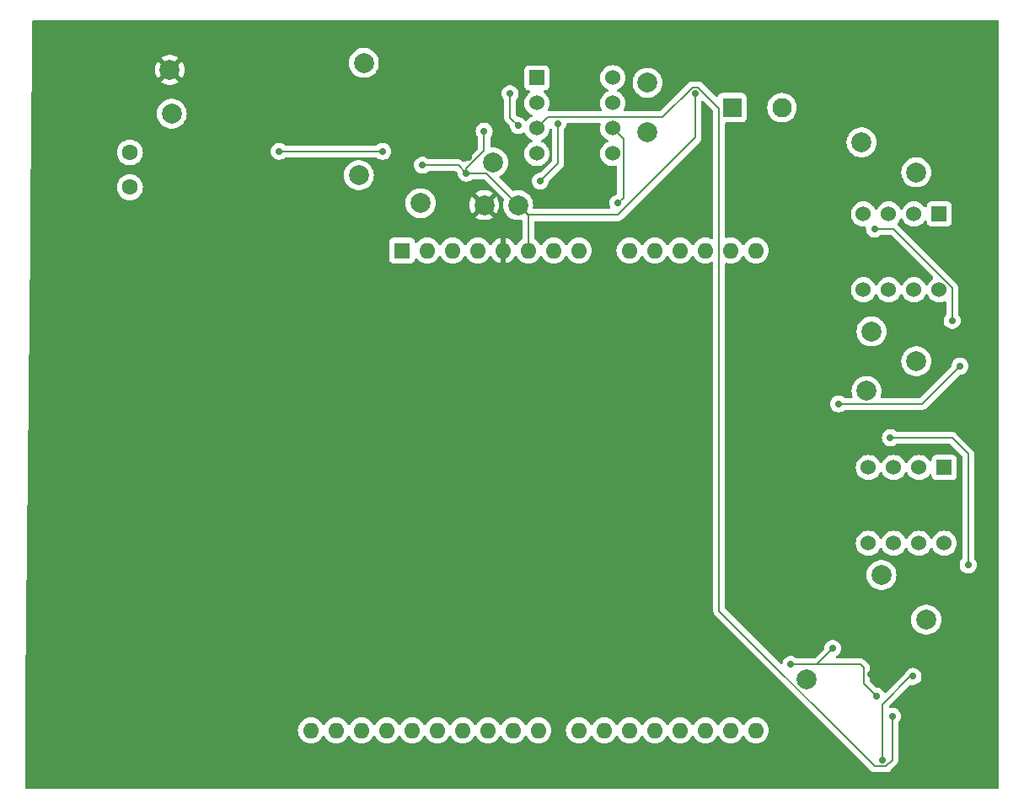
<source format=gbr>
%TF.GenerationSoftware,KiCad,Pcbnew,8.0.8*%
%TF.CreationDate,2025-04-18T15:33:52+05:30*%
%TF.ProjectId,bandara_ckt_pcb_naveen,62616e64-6172-4615-9f63-6b745f706362,v1*%
%TF.SameCoordinates,Original*%
%TF.FileFunction,Copper,L2,Bot*%
%TF.FilePolarity,Positive*%
%FSLAX46Y46*%
G04 Gerber Fmt 4.6, Leading zero omitted, Abs format (unit mm)*
G04 Created by KiCad (PCBNEW 8.0.8) date 2025-04-18 15:33:52*
%MOMM*%
%LPD*%
G01*
G04 APERTURE LIST*
%TA.AperFunction,ComponentPad*%
%ADD10C,1.524000*%
%TD*%
%TA.AperFunction,ComponentPad*%
%ADD11R,1.524000X1.524000*%
%TD*%
%TA.AperFunction,ComponentPad*%
%ADD12C,2.000000*%
%TD*%
%TA.AperFunction,ComponentPad*%
%ADD13C,1.950000*%
%TD*%
%TA.AperFunction,ComponentPad*%
%ADD14R,1.950000X1.950000*%
%TD*%
%TA.AperFunction,ComponentPad*%
%ADD15C,1.600000*%
%TD*%
%TA.AperFunction,ComponentPad*%
%ADD16R,1.600000X1.600000*%
%TD*%
%TA.AperFunction,ComponentPad*%
%ADD17O,1.600000X1.600000*%
%TD*%
%TA.AperFunction,ViaPad*%
%ADD18C,0.700000*%
%TD*%
%TA.AperFunction,Conductor*%
%ADD19C,0.200000*%
%TD*%
G04 APERTURE END LIST*
D10*
%TO.P,U6,8,NC*%
%TO.N,unconnected-(U6-NC-Pad8)*%
X132810000Y-105810000D03*
%TO.P,U6,7,+Vs*%
%TO.N,+VSW*%
X130270000Y-105810000D03*
%TO.P,U6,6,Vout*%
%TO.N,Net-(U6-Vout)*%
X127730000Y-105810000D03*
%TO.P,U6,5,NULL*%
%TO.N,unconnected-(U6-NULL-Pad5)*%
X125190000Y-105810000D03*
%TO.P,U6,4,-Vs*%
%TO.N,-VSW*%
X125190000Y-98190000D03*
%TO.P,U6,3,+IN*%
%TO.N,GND*%
X127730000Y-98190000D03*
%TO.P,U6,2,-IN*%
%TO.N,Net-(U6--IN)*%
X130270000Y-98190000D03*
D11*
%TO.P,U6,1,NULL*%
%TO.N,unconnected-(U6-NULL-Pad1)*%
X132810000Y-98190000D03*
%TD*%
%TO.P,U5,1,NULL*%
%TO.N,unconnected-(U5-NULL-Pad1)*%
X132310000Y-72690000D03*
D10*
%TO.P,U5,2,-IN*%
%TO.N,Net-(J1-Pin_2)*%
X129770000Y-72690000D03*
%TO.P,U5,3,+IN*%
%TO.N,GND*%
X127230000Y-72690000D03*
%TO.P,U5,4,-Vs*%
%TO.N,-VSW*%
X124690000Y-72690000D03*
%TO.P,U5,5,NULL*%
%TO.N,unconnected-(U5-NULL-Pad5)*%
X124690000Y-80310000D03*
%TO.P,U5,6,Vout*%
%TO.N,Net-(U5-Vout)*%
X127230000Y-80310000D03*
%TO.P,U5,7,+Vs*%
%TO.N,+VSW*%
X129770000Y-80310000D03*
%TO.P,U5,8,NC*%
%TO.N,unconnected-(U5-NC-Pad8)*%
X132310000Y-80310000D03*
%TD*%
%TO.P,U3,8,NC*%
%TO.N,unconnected-(U3-NC-Pad8)*%
X99500000Y-59000000D03*
%TO.P,U3,7,+Vs*%
%TO.N,+VSW*%
X99500000Y-61540000D03*
%TO.P,U3,6,Vout*%
%TO.N,Net-(J1-Pin_1)*%
X99500000Y-64080000D03*
%TO.P,U3,5,NULL*%
%TO.N,unconnected-(U3-NULL-Pad5)*%
X99500000Y-66620000D03*
%TO.P,U3,4,-Vs*%
%TO.N,-VSW*%
X91880000Y-66620000D03*
%TO.P,U3,3,+IN*%
%TO.N,Net-(U1-VOUT)*%
X91880000Y-64080000D03*
%TO.P,U3,2,-IN*%
%TO.N,Net-(U3--IN)*%
X91880000Y-61540000D03*
D11*
%TO.P,U3,1,NULL*%
%TO.N,unconnected-(U3-NULL-Pad1)*%
X91880000Y-59000000D03*
%TD*%
D12*
%TO.P,TP18,1,1*%
%TO.N,Net-(U6-Vout)*%
X126500000Y-109000000D03*
%TD*%
%TO.P,TP17,1,1*%
%TO.N,+VSW*%
X131000000Y-113500000D03*
%TD*%
%TO.P,TP16,1,1*%
%TO.N,-VSW*%
X125000000Y-90500000D03*
%TD*%
%TO.P,TP15,1,1*%
%TO.N,Net-(U5-Vout)*%
X125500000Y-84500000D03*
%TD*%
%TO.P,TP14,1,1*%
%TO.N,+VSW*%
X130000000Y-87500000D03*
%TD*%
%TO.P,TP13,1,1*%
%TO.N,-VSW*%
X124500000Y-65500000D03*
%TD*%
%TO.P,TP12,1,1*%
%TO.N,Net-(J1-Pin_2)*%
X130000000Y-68500000D03*
%TD*%
%TO.P,TP11,1,1*%
%TO.N,+5V*%
X55000000Y-58200000D03*
%TD*%
%TO.P,TP10,1,1*%
%TO.N,-VSW*%
X55200000Y-62600000D03*
%TD*%
%TO.P,TP9,1,1*%
%TO.N,+VSW*%
X103000000Y-59500000D03*
%TD*%
%TO.P,TP8,1,1*%
%TO.N,Net-(J1-Pin_1)*%
X103000000Y-64500000D03*
%TD*%
%TO.P,TP7,1,1*%
%TO.N,Net-(U2-AIN0)*%
X119000000Y-119500000D03*
%TD*%
%TO.P,TP6,1,1*%
%TO.N,-VSW*%
X87500000Y-67500000D03*
%TD*%
%TO.P,TP5,1,1*%
%TO.N,+VSW*%
X74000000Y-68800000D03*
%TD*%
%TO.P,TP4,1,1*%
%TO.N,Net-(U1-VOUT)*%
X74500000Y-57500000D03*
%TD*%
%TO.P,TP3,1,1*%
%TO.N,+3.3V*%
X80200000Y-71600000D03*
%TD*%
%TO.P,TP2,1,1*%
%TO.N,+5V*%
X86600000Y-71800000D03*
%TD*%
%TO.P,TP1,1,1*%
%TO.N,GND*%
X90000000Y-71800000D03*
%TD*%
D13*
%TO.P,J1,2,Pin_2*%
%TO.N,Net-(J1-Pin_2)*%
X116500000Y-62000000D03*
D14*
%TO.P,J1,1,Pin_1*%
%TO.N,Net-(J1-Pin_1)*%
X111500000Y-62000000D03*
%TD*%
D15*
%TO.P,C8,2*%
%TO.N,GND*%
X51000000Y-66500000D03*
%TO.P,C8,1*%
%TO.N,-VSW*%
X51000000Y-70000000D03*
%TD*%
D16*
%TO.P,A1,1,NC*%
%TO.N,unconnected-(A1-NC-Pad1)*%
X78325000Y-76370000D03*
D17*
%TO.P,A1,2,IOREF*%
%TO.N,unconnected-(A1-IOREF-Pad2)*%
X80865000Y-76370000D03*
%TO.P,A1,3,~{RESET}*%
%TO.N,unconnected-(A1-~{RESET}-Pad3)*%
X83405000Y-76370000D03*
%TO.P,A1,4,3V3*%
%TO.N,+3.3V*%
X85945000Y-76370000D03*
%TO.P,A1,5,+5V*%
%TO.N,+5V*%
X88485000Y-76370000D03*
%TO.P,A1,6,GND*%
%TO.N,GND*%
X91025000Y-76370000D03*
%TO.P,A1,7,GND*%
X93565000Y-76370000D03*
%TO.P,A1,8,VIN*%
%TO.N,unconnected-(A1-VIN-Pad8)*%
X96105000Y-76370000D03*
%TO.P,A1,9,A0*%
%TO.N,unconnected-(A1-A0-Pad9)*%
X101185000Y-76370000D03*
%TO.P,A1,10,A1*%
%TO.N,unconnected-(A1-A1-Pad10)*%
X103725000Y-76370000D03*
%TO.P,A1,11,A2*%
%TO.N,unconnected-(A1-A2-Pad11)*%
X106265000Y-76370000D03*
%TO.P,A1,12,A3*%
%TO.N,unconnected-(A1-A3-Pad12)*%
X108805000Y-76370000D03*
%TO.P,A1,13,SDA/A4*%
%TO.N,Net-(U1-SDA)*%
X111345000Y-76370000D03*
%TO.P,A1,14,SCL/A5*%
%TO.N,Net-(U1-SCL)*%
X113885000Y-76370000D03*
%TO.P,A1,15,D0/RX*%
%TO.N,unconnected-(A1-D0{slash}RX-Pad15)*%
X113885000Y-124630000D03*
%TO.P,A1,16,D1/TX*%
%TO.N,unconnected-(A1-D1{slash}TX-Pad16)*%
X111345000Y-124630000D03*
%TO.P,A1,17,D2*%
%TO.N,unconnected-(A1-D2-Pad17)*%
X108805000Y-124630000D03*
%TO.P,A1,18,D3*%
%TO.N,unconnected-(A1-D3-Pad18)*%
X106265000Y-124630000D03*
%TO.P,A1,19,D4*%
%TO.N,unconnected-(A1-D4-Pad19)*%
X103725000Y-124630000D03*
%TO.P,A1,20,D5*%
%TO.N,unconnected-(A1-D5-Pad20)*%
X101185000Y-124630000D03*
%TO.P,A1,21,D6*%
%TO.N,unconnected-(A1-D6-Pad21)*%
X98645000Y-124630000D03*
%TO.P,A1,22,D7*%
%TO.N,unconnected-(A1-D7-Pad22)*%
X96105000Y-124630000D03*
%TO.P,A1,23,D8*%
%TO.N,unconnected-(A1-D8-Pad23)*%
X92045000Y-124630000D03*
%TO.P,A1,24,D9*%
%TO.N,unconnected-(A1-D9-Pad24)*%
X89505000Y-124630000D03*
%TO.P,A1,25,D10*%
%TO.N,unconnected-(A1-D10-Pad25)*%
X86965000Y-124630000D03*
%TO.P,A1,26,D11*%
%TO.N,unconnected-(A1-D11-Pad26)*%
X84425000Y-124630000D03*
%TO.P,A1,27,D12*%
%TO.N,unconnected-(A1-D12-Pad27)*%
X81885000Y-124630000D03*
%TO.P,A1,28,D13*%
%TO.N,unconnected-(A1-D13-Pad28)*%
X79345000Y-124630000D03*
%TO.P,A1,29,GND*%
%TO.N,GND*%
X76805000Y-124630000D03*
%TO.P,A1,30,AREF*%
%TO.N,unconnected-(A1-AREF-Pad30)*%
X74265000Y-124630000D03*
%TO.P,A1,31,SDA/A4*%
%TO.N,Net-(U2-SDA)*%
X71725000Y-124630000D03*
%TO.P,A1,32,SCL/A5*%
%TO.N,Net-(U2-SCL)*%
X69185000Y-124630000D03*
%TD*%
D18*
%TO.N,GND*%
X121600000Y-116400000D03*
X135200000Y-108000000D03*
X127400000Y-95200000D03*
X122200000Y-91800000D03*
X134400000Y-88000000D03*
X133600000Y-83400000D03*
X125800000Y-74200000D03*
%TO.N,Net-(U1-VOUT)*%
X127596630Y-123196630D03*
%TO.N,GND*%
X126000000Y-121200000D03*
%TO.N,+5V*%
X125400000Y-119000000D03*
X123400000Y-115600000D03*
%TO.N,Net-(U2-SDA)*%
X129675000Y-119200000D03*
X126600000Y-127600000D03*
%TO.N,GND*%
X107800000Y-60600000D03*
X86587500Y-64387500D03*
X76400000Y-66400000D03*
X66000000Y-66400000D03*
%TO.N,+5V*%
X86000000Y-58200000D03*
X86000000Y-59800000D03*
X85800000Y-61575000D03*
X85000000Y-67000000D03*
%TO.N,GND*%
X80400000Y-67800000D03*
X84800000Y-68600000D03*
%TO.N,Net-(U3--IN)*%
X94000000Y-63600000D03*
X92200000Y-69400000D03*
%TO.N,Net-(J1-Pin_1)*%
X100000000Y-71600000D03*
%TO.N,Net-(U3--IN)*%
X90000000Y-63800000D03*
X89200000Y-60600000D03*
%TO.N,GND*%
X117400000Y-118000000D03*
%TD*%
D19*
%TO.N,GND*%
X120000000Y-118000000D02*
X121600000Y-116400000D01*
X117400000Y-118000000D02*
X120000000Y-118000000D01*
X133600000Y-95200000D02*
X135200000Y-96800000D01*
X135200000Y-96800000D02*
X135200000Y-108000000D01*
X127400000Y-95200000D02*
X133600000Y-95200000D01*
X130600000Y-91800000D02*
X122200000Y-91800000D01*
X134400000Y-88000000D02*
X130600000Y-91800000D01*
X133600000Y-80098105D02*
X133600000Y-83400000D01*
X127701895Y-74200000D02*
X133600000Y-80098105D01*
X125800000Y-74200000D02*
X127701895Y-74200000D01*
%TO.N,Net-(U1-VOUT)*%
X127600000Y-123200000D02*
X127596630Y-123196630D01*
X127600000Y-127600000D02*
X127600000Y-123200000D01*
X126950000Y-128250000D02*
X127600000Y-127600000D01*
X110200000Y-112600000D02*
X125850000Y-128250000D01*
X110200000Y-62080761D02*
X110200000Y-112600000D01*
X108069239Y-59950000D02*
X110200000Y-62080761D01*
X107530761Y-59950000D02*
X108069239Y-59950000D01*
X125850000Y-128250000D02*
X126950000Y-128250000D01*
X104530761Y-62950000D02*
X107530761Y-59950000D01*
X93010000Y-62950000D02*
X104530761Y-62950000D01*
X91880000Y-64080000D02*
X93010000Y-62950000D01*
%TO.N,GND*%
X124750000Y-119950000D02*
X126000000Y-121200000D01*
X124750000Y-118350000D02*
X124750000Y-119950000D01*
X117400000Y-118000000D02*
X124400000Y-118000000D01*
X124400000Y-118000000D02*
X124750000Y-118350000D01*
%TO.N,+5V*%
X125400000Y-117600000D02*
X125400000Y-119000000D01*
X123400000Y-115600000D02*
X125400000Y-117600000D01*
%TO.N,Net-(U2-SDA)*%
X129675000Y-119200000D02*
X129400000Y-119200000D01*
X129400000Y-119200000D02*
X126600000Y-122000000D01*
X126600000Y-122000000D02*
X126600000Y-127600000D01*
%TO.N,GND*%
X107800000Y-65000000D02*
X107800000Y-60600000D01*
X100000000Y-72800000D02*
X107800000Y-65000000D01*
X91000000Y-72800000D02*
X100000000Y-72800000D01*
X90000000Y-71800000D02*
X91000000Y-72800000D01*
X84800000Y-68119239D02*
X84800000Y-68600000D01*
X86587500Y-66331739D02*
X84800000Y-68119239D01*
X86587500Y-64387500D02*
X86587500Y-66331739D01*
X66000000Y-66400000D02*
X76400000Y-66400000D01*
%TO.N,+5V*%
X86000000Y-59800000D02*
X86000000Y-58200000D01*
X85800000Y-61600000D02*
X85800000Y-61575000D01*
X85000000Y-62400000D02*
X85800000Y-61600000D01*
X85000000Y-67000000D02*
X85000000Y-62400000D01*
%TO.N,GND*%
X84000000Y-67800000D02*
X80400000Y-67800000D01*
X84800000Y-68600000D02*
X84000000Y-67800000D01*
X86800000Y-68600000D02*
X84800000Y-68600000D01*
X90000000Y-71800000D02*
X86800000Y-68600000D01*
X91025000Y-72825000D02*
X90000000Y-71800000D01*
X91025000Y-76370000D02*
X91025000Y-72825000D01*
%TO.N,Net-(U3--IN)*%
X94000000Y-67600000D02*
X94000000Y-63600000D01*
X92200000Y-69400000D02*
X94000000Y-67600000D01*
%TO.N,Net-(J1-Pin_1)*%
X100562000Y-71038000D02*
X100000000Y-71600000D01*
X100562000Y-65142000D02*
X100562000Y-71038000D01*
X99500000Y-64080000D02*
X100562000Y-65142000D01*
%TO.N,Net-(U3--IN)*%
X89200000Y-63000000D02*
X90000000Y-63800000D01*
X89200000Y-60600000D02*
X89200000Y-63000000D01*
%TD*%
%TA.AperFunction,Conductor*%
%TO.N,+5V*%
G36*
X138242539Y-53219685D02*
G01*
X138288294Y-53272489D01*
X138299500Y-53324000D01*
X138299500Y-130375500D01*
X138279815Y-130442539D01*
X138227011Y-130488294D01*
X138175500Y-130499500D01*
X40624500Y-130499500D01*
X40557461Y-130479815D01*
X40511706Y-130427011D01*
X40500500Y-130375500D01*
X40500500Y-124629998D01*
X67879532Y-124629998D01*
X67879532Y-124630001D01*
X67899364Y-124856686D01*
X67899366Y-124856697D01*
X67958258Y-125076488D01*
X67958261Y-125076497D01*
X68054431Y-125282732D01*
X68054432Y-125282734D01*
X68184954Y-125469141D01*
X68345858Y-125630045D01*
X68345861Y-125630047D01*
X68532266Y-125760568D01*
X68738504Y-125856739D01*
X68958308Y-125915635D01*
X69120230Y-125929801D01*
X69184998Y-125935468D01*
X69185000Y-125935468D01*
X69185002Y-125935468D01*
X69241673Y-125930509D01*
X69411692Y-125915635D01*
X69631496Y-125856739D01*
X69837734Y-125760568D01*
X70024139Y-125630047D01*
X70185047Y-125469139D01*
X70315568Y-125282734D01*
X70342618Y-125224724D01*
X70388790Y-125172285D01*
X70455983Y-125153133D01*
X70522865Y-125173348D01*
X70567382Y-125224725D01*
X70594429Y-125282728D01*
X70594432Y-125282734D01*
X70724954Y-125469141D01*
X70885858Y-125630045D01*
X70885861Y-125630047D01*
X71072266Y-125760568D01*
X71278504Y-125856739D01*
X71498308Y-125915635D01*
X71660230Y-125929801D01*
X71724998Y-125935468D01*
X71725000Y-125935468D01*
X71725002Y-125935468D01*
X71781673Y-125930509D01*
X71951692Y-125915635D01*
X72171496Y-125856739D01*
X72377734Y-125760568D01*
X72564139Y-125630047D01*
X72725047Y-125469139D01*
X72855568Y-125282734D01*
X72882618Y-125224724D01*
X72928790Y-125172285D01*
X72995983Y-125153133D01*
X73062865Y-125173348D01*
X73107382Y-125224725D01*
X73134429Y-125282728D01*
X73134432Y-125282734D01*
X73264954Y-125469141D01*
X73425858Y-125630045D01*
X73425861Y-125630047D01*
X73612266Y-125760568D01*
X73818504Y-125856739D01*
X74038308Y-125915635D01*
X74200230Y-125929801D01*
X74264998Y-125935468D01*
X74265000Y-125935468D01*
X74265002Y-125935468D01*
X74321673Y-125930509D01*
X74491692Y-125915635D01*
X74711496Y-125856739D01*
X74917734Y-125760568D01*
X75104139Y-125630047D01*
X75265047Y-125469139D01*
X75395568Y-125282734D01*
X75422618Y-125224724D01*
X75468790Y-125172285D01*
X75535983Y-125153133D01*
X75602865Y-125173348D01*
X75647382Y-125224725D01*
X75674429Y-125282728D01*
X75674432Y-125282734D01*
X75804954Y-125469141D01*
X75965858Y-125630045D01*
X75965861Y-125630047D01*
X76152266Y-125760568D01*
X76358504Y-125856739D01*
X76578308Y-125915635D01*
X76740230Y-125929801D01*
X76804998Y-125935468D01*
X76805000Y-125935468D01*
X76805002Y-125935468D01*
X76861673Y-125930509D01*
X77031692Y-125915635D01*
X77251496Y-125856739D01*
X77457734Y-125760568D01*
X77644139Y-125630047D01*
X77805047Y-125469139D01*
X77935568Y-125282734D01*
X77962618Y-125224724D01*
X78008790Y-125172285D01*
X78075983Y-125153133D01*
X78142865Y-125173348D01*
X78187382Y-125224725D01*
X78214429Y-125282728D01*
X78214432Y-125282734D01*
X78344954Y-125469141D01*
X78505858Y-125630045D01*
X78505861Y-125630047D01*
X78692266Y-125760568D01*
X78898504Y-125856739D01*
X79118308Y-125915635D01*
X79280230Y-125929801D01*
X79344998Y-125935468D01*
X79345000Y-125935468D01*
X79345002Y-125935468D01*
X79401673Y-125930509D01*
X79571692Y-125915635D01*
X79791496Y-125856739D01*
X79997734Y-125760568D01*
X80184139Y-125630047D01*
X80345047Y-125469139D01*
X80475568Y-125282734D01*
X80502618Y-125224724D01*
X80548790Y-125172285D01*
X80615983Y-125153133D01*
X80682865Y-125173348D01*
X80727382Y-125224725D01*
X80754429Y-125282728D01*
X80754432Y-125282734D01*
X80884954Y-125469141D01*
X81045858Y-125630045D01*
X81045861Y-125630047D01*
X81232266Y-125760568D01*
X81438504Y-125856739D01*
X81658308Y-125915635D01*
X81820230Y-125929801D01*
X81884998Y-125935468D01*
X81885000Y-125935468D01*
X81885002Y-125935468D01*
X81941673Y-125930509D01*
X82111692Y-125915635D01*
X82331496Y-125856739D01*
X82537734Y-125760568D01*
X82724139Y-125630047D01*
X82885047Y-125469139D01*
X83015568Y-125282734D01*
X83042618Y-125224724D01*
X83088790Y-125172285D01*
X83155983Y-125153133D01*
X83222865Y-125173348D01*
X83267382Y-125224725D01*
X83294429Y-125282728D01*
X83294432Y-125282734D01*
X83424954Y-125469141D01*
X83585858Y-125630045D01*
X83585861Y-125630047D01*
X83772266Y-125760568D01*
X83978504Y-125856739D01*
X84198308Y-125915635D01*
X84360230Y-125929801D01*
X84424998Y-125935468D01*
X84425000Y-125935468D01*
X84425002Y-125935468D01*
X84481673Y-125930509D01*
X84651692Y-125915635D01*
X84871496Y-125856739D01*
X85077734Y-125760568D01*
X85264139Y-125630047D01*
X85425047Y-125469139D01*
X85555568Y-125282734D01*
X85582618Y-125224724D01*
X85628790Y-125172285D01*
X85695983Y-125153133D01*
X85762865Y-125173348D01*
X85807382Y-125224725D01*
X85834429Y-125282728D01*
X85834432Y-125282734D01*
X85964954Y-125469141D01*
X86125858Y-125630045D01*
X86125861Y-125630047D01*
X86312266Y-125760568D01*
X86518504Y-125856739D01*
X86738308Y-125915635D01*
X86900230Y-125929801D01*
X86964998Y-125935468D01*
X86965000Y-125935468D01*
X86965002Y-125935468D01*
X87021673Y-125930509D01*
X87191692Y-125915635D01*
X87411496Y-125856739D01*
X87617734Y-125760568D01*
X87804139Y-125630047D01*
X87965047Y-125469139D01*
X88095568Y-125282734D01*
X88122618Y-125224724D01*
X88168790Y-125172285D01*
X88235983Y-125153133D01*
X88302865Y-125173348D01*
X88347382Y-125224725D01*
X88374429Y-125282728D01*
X88374432Y-125282734D01*
X88504954Y-125469141D01*
X88665858Y-125630045D01*
X88665861Y-125630047D01*
X88852266Y-125760568D01*
X89058504Y-125856739D01*
X89278308Y-125915635D01*
X89440230Y-125929801D01*
X89504998Y-125935468D01*
X89505000Y-125935468D01*
X89505002Y-125935468D01*
X89561673Y-125930509D01*
X89731692Y-125915635D01*
X89951496Y-125856739D01*
X90157734Y-125760568D01*
X90344139Y-125630047D01*
X90505047Y-125469139D01*
X90635568Y-125282734D01*
X90662618Y-125224724D01*
X90708790Y-125172285D01*
X90775983Y-125153133D01*
X90842865Y-125173348D01*
X90887382Y-125224725D01*
X90914429Y-125282728D01*
X90914432Y-125282734D01*
X91044954Y-125469141D01*
X91205858Y-125630045D01*
X91205861Y-125630047D01*
X91392266Y-125760568D01*
X91598504Y-125856739D01*
X91818308Y-125915635D01*
X91980230Y-125929801D01*
X92044998Y-125935468D01*
X92045000Y-125935468D01*
X92045002Y-125935468D01*
X92101673Y-125930509D01*
X92271692Y-125915635D01*
X92491496Y-125856739D01*
X92697734Y-125760568D01*
X92884139Y-125630047D01*
X93045047Y-125469139D01*
X93175568Y-125282734D01*
X93271739Y-125076496D01*
X93330635Y-124856692D01*
X93350468Y-124630000D01*
X93350468Y-124629998D01*
X94799532Y-124629998D01*
X94799532Y-124630001D01*
X94819364Y-124856686D01*
X94819366Y-124856697D01*
X94878258Y-125076488D01*
X94878261Y-125076497D01*
X94974431Y-125282732D01*
X94974432Y-125282734D01*
X95104954Y-125469141D01*
X95265858Y-125630045D01*
X95265861Y-125630047D01*
X95452266Y-125760568D01*
X95658504Y-125856739D01*
X95878308Y-125915635D01*
X96040230Y-125929801D01*
X96104998Y-125935468D01*
X96105000Y-125935468D01*
X96105002Y-125935468D01*
X96161673Y-125930509D01*
X96331692Y-125915635D01*
X96551496Y-125856739D01*
X96757734Y-125760568D01*
X96944139Y-125630047D01*
X97105047Y-125469139D01*
X97235568Y-125282734D01*
X97262618Y-125224724D01*
X97308790Y-125172285D01*
X97375983Y-125153133D01*
X97442865Y-125173348D01*
X97487382Y-125224725D01*
X97514429Y-125282728D01*
X97514432Y-125282734D01*
X97644954Y-125469141D01*
X97805858Y-125630045D01*
X97805861Y-125630047D01*
X97992266Y-125760568D01*
X98198504Y-125856739D01*
X98418308Y-125915635D01*
X98580230Y-125929801D01*
X98644998Y-125935468D01*
X98645000Y-125935468D01*
X98645002Y-125935468D01*
X98701673Y-125930509D01*
X98871692Y-125915635D01*
X99091496Y-125856739D01*
X99297734Y-125760568D01*
X99484139Y-125630047D01*
X99645047Y-125469139D01*
X99775568Y-125282734D01*
X99802618Y-125224724D01*
X99848790Y-125172285D01*
X99915983Y-125153133D01*
X99982865Y-125173348D01*
X100027382Y-125224725D01*
X100054429Y-125282728D01*
X100054432Y-125282734D01*
X100184954Y-125469141D01*
X100345858Y-125630045D01*
X100345861Y-125630047D01*
X100532266Y-125760568D01*
X100738504Y-125856739D01*
X100958308Y-125915635D01*
X101120230Y-125929801D01*
X101184998Y-125935468D01*
X101185000Y-125935468D01*
X101185002Y-125935468D01*
X101241673Y-125930509D01*
X101411692Y-125915635D01*
X101631496Y-125856739D01*
X101837734Y-125760568D01*
X102024139Y-125630047D01*
X102185047Y-125469139D01*
X102315568Y-125282734D01*
X102342618Y-125224724D01*
X102388790Y-125172285D01*
X102455983Y-125153133D01*
X102522865Y-125173348D01*
X102567382Y-125224725D01*
X102594429Y-125282728D01*
X102594432Y-125282734D01*
X102724954Y-125469141D01*
X102885858Y-125630045D01*
X102885861Y-125630047D01*
X103072266Y-125760568D01*
X103278504Y-125856739D01*
X103498308Y-125915635D01*
X103660230Y-125929801D01*
X103724998Y-125935468D01*
X103725000Y-125935468D01*
X103725002Y-125935468D01*
X103781673Y-125930509D01*
X103951692Y-125915635D01*
X104171496Y-125856739D01*
X104377734Y-125760568D01*
X104564139Y-125630047D01*
X104725047Y-125469139D01*
X104855568Y-125282734D01*
X104882618Y-125224724D01*
X104928790Y-125172285D01*
X104995983Y-125153133D01*
X105062865Y-125173348D01*
X105107382Y-125224725D01*
X105134429Y-125282728D01*
X105134432Y-125282734D01*
X105264954Y-125469141D01*
X105425858Y-125630045D01*
X105425861Y-125630047D01*
X105612266Y-125760568D01*
X105818504Y-125856739D01*
X106038308Y-125915635D01*
X106200230Y-125929801D01*
X106264998Y-125935468D01*
X106265000Y-125935468D01*
X106265002Y-125935468D01*
X106321673Y-125930509D01*
X106491692Y-125915635D01*
X106711496Y-125856739D01*
X106917734Y-125760568D01*
X107104139Y-125630047D01*
X107265047Y-125469139D01*
X107395568Y-125282734D01*
X107422618Y-125224724D01*
X107468790Y-125172285D01*
X107535983Y-125153133D01*
X107602865Y-125173348D01*
X107647382Y-125224725D01*
X107674429Y-125282728D01*
X107674432Y-125282734D01*
X107804954Y-125469141D01*
X107965858Y-125630045D01*
X107965861Y-125630047D01*
X108152266Y-125760568D01*
X108358504Y-125856739D01*
X108578308Y-125915635D01*
X108740230Y-125929801D01*
X108804998Y-125935468D01*
X108805000Y-125935468D01*
X108805002Y-125935468D01*
X108861673Y-125930509D01*
X109031692Y-125915635D01*
X109251496Y-125856739D01*
X109457734Y-125760568D01*
X109644139Y-125630047D01*
X109805047Y-125469139D01*
X109935568Y-125282734D01*
X109962618Y-125224724D01*
X110008790Y-125172285D01*
X110075983Y-125153133D01*
X110142865Y-125173348D01*
X110187382Y-125224725D01*
X110214429Y-125282728D01*
X110214432Y-125282734D01*
X110344954Y-125469141D01*
X110505858Y-125630045D01*
X110505861Y-125630047D01*
X110692266Y-125760568D01*
X110898504Y-125856739D01*
X111118308Y-125915635D01*
X111280230Y-125929801D01*
X111344998Y-125935468D01*
X111345000Y-125935468D01*
X111345002Y-125935468D01*
X111401673Y-125930509D01*
X111571692Y-125915635D01*
X111791496Y-125856739D01*
X111997734Y-125760568D01*
X112184139Y-125630047D01*
X112345047Y-125469139D01*
X112475568Y-125282734D01*
X112502618Y-125224724D01*
X112548790Y-125172285D01*
X112615983Y-125153133D01*
X112682865Y-125173348D01*
X112727382Y-125224725D01*
X112754429Y-125282728D01*
X112754432Y-125282734D01*
X112884954Y-125469141D01*
X113045858Y-125630045D01*
X113045861Y-125630047D01*
X113232266Y-125760568D01*
X113438504Y-125856739D01*
X113658308Y-125915635D01*
X113820230Y-125929801D01*
X113884998Y-125935468D01*
X113885000Y-125935468D01*
X113885002Y-125935468D01*
X113941673Y-125930509D01*
X114111692Y-125915635D01*
X114331496Y-125856739D01*
X114537734Y-125760568D01*
X114724139Y-125630047D01*
X114885047Y-125469139D01*
X115015568Y-125282734D01*
X115111739Y-125076496D01*
X115170635Y-124856692D01*
X115190468Y-124630000D01*
X115170635Y-124403308D01*
X115111739Y-124183504D01*
X115015568Y-123977266D01*
X114885047Y-123790861D01*
X114885045Y-123790858D01*
X114724141Y-123629954D01*
X114537734Y-123499432D01*
X114537732Y-123499431D01*
X114331497Y-123403261D01*
X114331488Y-123403258D01*
X114111697Y-123344366D01*
X114111693Y-123344365D01*
X114111692Y-123344365D01*
X114111691Y-123344364D01*
X114111686Y-123344364D01*
X113885002Y-123324532D01*
X113884998Y-123324532D01*
X113658313Y-123344364D01*
X113658302Y-123344366D01*
X113438511Y-123403258D01*
X113438502Y-123403261D01*
X113232267Y-123499431D01*
X113232265Y-123499432D01*
X113045858Y-123629954D01*
X112884954Y-123790858D01*
X112754432Y-123977265D01*
X112754431Y-123977267D01*
X112727382Y-124035275D01*
X112681209Y-124087714D01*
X112614016Y-124106866D01*
X112547135Y-124086650D01*
X112502618Y-124035275D01*
X112475568Y-123977267D01*
X112475567Y-123977265D01*
X112345045Y-123790858D01*
X112184141Y-123629954D01*
X111997734Y-123499432D01*
X111997732Y-123499431D01*
X111791497Y-123403261D01*
X111791488Y-123403258D01*
X111571697Y-123344366D01*
X111571693Y-123344365D01*
X111571692Y-123344365D01*
X111571691Y-123344364D01*
X111571686Y-123344364D01*
X111345002Y-123324532D01*
X111344998Y-123324532D01*
X111118313Y-123344364D01*
X111118302Y-123344366D01*
X110898511Y-123403258D01*
X110898502Y-123403261D01*
X110692267Y-123499431D01*
X110692265Y-123499432D01*
X110505858Y-123629954D01*
X110344954Y-123790858D01*
X110214432Y-123977265D01*
X110214431Y-123977267D01*
X110187382Y-124035275D01*
X110141209Y-124087714D01*
X110074016Y-124106866D01*
X110007135Y-124086650D01*
X109962618Y-124035275D01*
X109935568Y-123977267D01*
X109935567Y-123977265D01*
X109805045Y-123790858D01*
X109644141Y-123629954D01*
X109457734Y-123499432D01*
X109457732Y-123499431D01*
X109251497Y-123403261D01*
X109251488Y-123403258D01*
X109031697Y-123344366D01*
X109031693Y-123344365D01*
X109031692Y-123344365D01*
X109031691Y-123344364D01*
X109031686Y-123344364D01*
X108805002Y-123324532D01*
X108804998Y-123324532D01*
X108578313Y-123344364D01*
X108578302Y-123344366D01*
X108358511Y-123403258D01*
X108358502Y-123403261D01*
X108152267Y-123499431D01*
X108152265Y-123499432D01*
X107965858Y-123629954D01*
X107804954Y-123790858D01*
X107674432Y-123977265D01*
X107674431Y-123977267D01*
X107647382Y-124035275D01*
X107601209Y-124087714D01*
X107534016Y-124106866D01*
X107467135Y-124086650D01*
X107422618Y-124035275D01*
X107395568Y-123977267D01*
X107395567Y-123977265D01*
X107265045Y-123790858D01*
X107104141Y-123629954D01*
X106917734Y-123499432D01*
X106917732Y-123499431D01*
X106711497Y-123403261D01*
X106711488Y-123403258D01*
X106491697Y-123344366D01*
X106491693Y-123344365D01*
X106491692Y-123344365D01*
X106491691Y-123344364D01*
X106491686Y-123344364D01*
X106265002Y-123324532D01*
X106264998Y-123324532D01*
X106038313Y-123344364D01*
X106038302Y-123344366D01*
X105818511Y-123403258D01*
X105818502Y-123403261D01*
X105612267Y-123499431D01*
X105612265Y-123499432D01*
X105425858Y-123629954D01*
X105264954Y-123790858D01*
X105134432Y-123977265D01*
X105134431Y-123977267D01*
X105107382Y-124035275D01*
X105061209Y-124087714D01*
X104994016Y-124106866D01*
X104927135Y-124086650D01*
X104882618Y-124035275D01*
X104855568Y-123977267D01*
X104855567Y-123977265D01*
X104725045Y-123790858D01*
X104564141Y-123629954D01*
X104377734Y-123499432D01*
X104377732Y-123499431D01*
X104171497Y-123403261D01*
X104171488Y-123403258D01*
X103951697Y-123344366D01*
X103951693Y-123344365D01*
X103951692Y-123344365D01*
X103951691Y-123344364D01*
X103951686Y-123344364D01*
X103725002Y-123324532D01*
X103724998Y-123324532D01*
X103498313Y-123344364D01*
X103498302Y-123344366D01*
X103278511Y-123403258D01*
X103278502Y-123403261D01*
X103072267Y-123499431D01*
X103072265Y-123499432D01*
X102885858Y-123629954D01*
X102724954Y-123790858D01*
X102594432Y-123977265D01*
X102594431Y-123977267D01*
X102567382Y-124035275D01*
X102521209Y-124087714D01*
X102454016Y-124106866D01*
X102387135Y-124086650D01*
X102342618Y-124035275D01*
X102315568Y-123977267D01*
X102315567Y-123977265D01*
X102185045Y-123790858D01*
X102024141Y-123629954D01*
X101837734Y-123499432D01*
X101837732Y-123499431D01*
X101631497Y-123403261D01*
X101631488Y-123403258D01*
X101411697Y-123344366D01*
X101411693Y-123344365D01*
X101411692Y-123344365D01*
X101411691Y-123344364D01*
X101411686Y-123344364D01*
X101185002Y-123324532D01*
X101184998Y-123324532D01*
X100958313Y-123344364D01*
X100958302Y-123344366D01*
X100738511Y-123403258D01*
X100738502Y-123403261D01*
X100532267Y-123499431D01*
X100532265Y-123499432D01*
X100345858Y-123629954D01*
X100184954Y-123790858D01*
X100054432Y-123977265D01*
X100054431Y-123977267D01*
X100027382Y-124035275D01*
X99981209Y-124087714D01*
X99914016Y-124106866D01*
X99847135Y-124086650D01*
X99802618Y-124035275D01*
X99775568Y-123977267D01*
X99775567Y-123977265D01*
X99645045Y-123790858D01*
X99484141Y-123629954D01*
X99297734Y-123499432D01*
X99297732Y-123499431D01*
X99091497Y-123403261D01*
X99091488Y-123403258D01*
X98871697Y-123344366D01*
X98871693Y-123344365D01*
X98871692Y-123344365D01*
X98871691Y-123344364D01*
X98871686Y-123344364D01*
X98645002Y-123324532D01*
X98644998Y-123324532D01*
X98418313Y-123344364D01*
X98418302Y-123344366D01*
X98198511Y-123403258D01*
X98198502Y-123403261D01*
X97992267Y-123499431D01*
X97992265Y-123499432D01*
X97805858Y-123629954D01*
X97644954Y-123790858D01*
X97514432Y-123977265D01*
X97514431Y-123977267D01*
X97487382Y-124035275D01*
X97441209Y-124087714D01*
X97374016Y-124106866D01*
X97307135Y-124086650D01*
X97262618Y-124035275D01*
X97235568Y-123977267D01*
X97235567Y-123977265D01*
X97105045Y-123790858D01*
X96944141Y-123629954D01*
X96757734Y-123499432D01*
X96757732Y-123499431D01*
X96551497Y-123403261D01*
X96551488Y-123403258D01*
X96331697Y-123344366D01*
X96331693Y-123344365D01*
X96331692Y-123344365D01*
X96331691Y-123344364D01*
X96331686Y-123344364D01*
X96105002Y-123324532D01*
X96104998Y-123324532D01*
X95878313Y-123344364D01*
X95878302Y-123344366D01*
X95658511Y-123403258D01*
X95658502Y-123403261D01*
X95452267Y-123499431D01*
X95452265Y-123499432D01*
X95265858Y-123629954D01*
X95104954Y-123790858D01*
X94974432Y-123977265D01*
X94974431Y-123977267D01*
X94878261Y-124183502D01*
X94878258Y-124183511D01*
X94819366Y-124403302D01*
X94819364Y-124403313D01*
X94799532Y-124629998D01*
X93350468Y-124629998D01*
X93330635Y-124403308D01*
X93271739Y-124183504D01*
X93175568Y-123977266D01*
X93045047Y-123790861D01*
X93045045Y-123790858D01*
X92884141Y-123629954D01*
X92697734Y-123499432D01*
X92697732Y-123499431D01*
X92491497Y-123403261D01*
X92491488Y-123403258D01*
X92271697Y-123344366D01*
X92271693Y-123344365D01*
X92271692Y-123344365D01*
X92271691Y-123344364D01*
X92271686Y-123344364D01*
X92045002Y-123324532D01*
X92044998Y-123324532D01*
X91818313Y-123344364D01*
X91818302Y-123344366D01*
X91598511Y-123403258D01*
X91598502Y-123403261D01*
X91392267Y-123499431D01*
X91392265Y-123499432D01*
X91205858Y-123629954D01*
X91044954Y-123790858D01*
X90914432Y-123977265D01*
X90914431Y-123977267D01*
X90887382Y-124035275D01*
X90841209Y-124087714D01*
X90774016Y-124106866D01*
X90707135Y-124086650D01*
X90662618Y-124035275D01*
X90635568Y-123977267D01*
X90635567Y-123977265D01*
X90505045Y-123790858D01*
X90344141Y-123629954D01*
X90157734Y-123499432D01*
X90157732Y-123499431D01*
X89951497Y-123403261D01*
X89951488Y-123403258D01*
X89731697Y-123344366D01*
X89731693Y-123344365D01*
X89731692Y-123344365D01*
X89731691Y-123344364D01*
X89731686Y-123344364D01*
X89505002Y-123324532D01*
X89504998Y-123324532D01*
X89278313Y-123344364D01*
X89278302Y-123344366D01*
X89058511Y-123403258D01*
X89058502Y-123403261D01*
X88852267Y-123499431D01*
X88852265Y-123499432D01*
X88665858Y-123629954D01*
X88504954Y-123790858D01*
X88374432Y-123977265D01*
X88374431Y-123977267D01*
X88347382Y-124035275D01*
X88301209Y-124087714D01*
X88234016Y-124106866D01*
X88167135Y-124086650D01*
X88122618Y-124035275D01*
X88095568Y-123977267D01*
X88095567Y-123977265D01*
X87965045Y-123790858D01*
X87804141Y-123629954D01*
X87617734Y-123499432D01*
X87617732Y-123499431D01*
X87411497Y-123403261D01*
X87411488Y-123403258D01*
X87191697Y-123344366D01*
X87191693Y-123344365D01*
X87191692Y-123344365D01*
X87191691Y-123344364D01*
X87191686Y-123344364D01*
X86965002Y-123324532D01*
X86964998Y-123324532D01*
X86738313Y-123344364D01*
X86738302Y-123344366D01*
X86518511Y-123403258D01*
X86518502Y-123403261D01*
X86312267Y-123499431D01*
X86312265Y-123499432D01*
X86125858Y-123629954D01*
X85964954Y-123790858D01*
X85834432Y-123977265D01*
X85834431Y-123977267D01*
X85807382Y-124035275D01*
X85761209Y-124087714D01*
X85694016Y-124106866D01*
X85627135Y-124086650D01*
X85582618Y-124035275D01*
X85555568Y-123977267D01*
X85555567Y-123977265D01*
X85425045Y-123790858D01*
X85264141Y-123629954D01*
X85077734Y-123499432D01*
X85077732Y-123499431D01*
X84871497Y-123403261D01*
X84871488Y-123403258D01*
X84651697Y-123344366D01*
X84651693Y-123344365D01*
X84651692Y-123344365D01*
X84651691Y-123344364D01*
X84651686Y-123344364D01*
X84425002Y-123324532D01*
X84424998Y-123324532D01*
X84198313Y-123344364D01*
X84198302Y-123344366D01*
X83978511Y-123403258D01*
X83978502Y-123403261D01*
X83772267Y-123499431D01*
X83772265Y-123499432D01*
X83585858Y-123629954D01*
X83424954Y-123790858D01*
X83294432Y-123977265D01*
X83294431Y-123977267D01*
X83267382Y-124035275D01*
X83221209Y-124087714D01*
X83154016Y-124106866D01*
X83087135Y-124086650D01*
X83042618Y-124035275D01*
X83015568Y-123977267D01*
X83015567Y-123977265D01*
X82885045Y-123790858D01*
X82724141Y-123629954D01*
X82537734Y-123499432D01*
X82537732Y-123499431D01*
X82331497Y-123403261D01*
X82331488Y-123403258D01*
X82111697Y-123344366D01*
X82111693Y-123344365D01*
X82111692Y-123344365D01*
X82111691Y-123344364D01*
X82111686Y-123344364D01*
X81885002Y-123324532D01*
X81884998Y-123324532D01*
X81658313Y-123344364D01*
X81658302Y-123344366D01*
X81438511Y-123403258D01*
X81438502Y-123403261D01*
X81232267Y-123499431D01*
X81232265Y-123499432D01*
X81045858Y-123629954D01*
X80884954Y-123790858D01*
X80754432Y-123977265D01*
X80754431Y-123977267D01*
X80727382Y-124035275D01*
X80681209Y-124087714D01*
X80614016Y-124106866D01*
X80547135Y-124086650D01*
X80502618Y-124035275D01*
X80475568Y-123977267D01*
X80475567Y-123977265D01*
X80345045Y-123790858D01*
X80184141Y-123629954D01*
X79997734Y-123499432D01*
X79997732Y-123499431D01*
X79791497Y-123403261D01*
X79791488Y-123403258D01*
X79571697Y-123344366D01*
X79571693Y-123344365D01*
X79571692Y-123344365D01*
X79571691Y-123344364D01*
X79571686Y-123344364D01*
X79345002Y-123324532D01*
X79344998Y-123324532D01*
X79118313Y-123344364D01*
X79118302Y-123344366D01*
X78898511Y-123403258D01*
X78898502Y-123403261D01*
X78692267Y-123499431D01*
X78692265Y-123499432D01*
X78505858Y-123629954D01*
X78344954Y-123790858D01*
X78214432Y-123977265D01*
X78214431Y-123977267D01*
X78187382Y-124035275D01*
X78141209Y-124087714D01*
X78074016Y-124106866D01*
X78007135Y-124086650D01*
X77962618Y-124035275D01*
X77935568Y-123977267D01*
X77935567Y-123977265D01*
X77805045Y-123790858D01*
X77644141Y-123629954D01*
X77457734Y-123499432D01*
X77457732Y-123499431D01*
X77251497Y-123403261D01*
X77251488Y-123403258D01*
X77031697Y-123344366D01*
X77031693Y-123344365D01*
X77031692Y-123344365D01*
X77031691Y-123344364D01*
X77031686Y-123344364D01*
X76805002Y-123324532D01*
X76804998Y-123324532D01*
X76578313Y-123344364D01*
X76578302Y-123344366D01*
X76358511Y-123403258D01*
X76358502Y-123403261D01*
X76152267Y-123499431D01*
X76152265Y-123499432D01*
X75965858Y-123629954D01*
X75804954Y-123790858D01*
X75674432Y-123977265D01*
X75674431Y-123977267D01*
X75647382Y-124035275D01*
X75601209Y-124087714D01*
X75534016Y-124106866D01*
X75467135Y-124086650D01*
X75422618Y-124035275D01*
X75395568Y-123977267D01*
X75395567Y-123977265D01*
X75265045Y-123790858D01*
X75104141Y-123629954D01*
X74917734Y-123499432D01*
X74917732Y-123499431D01*
X74711497Y-123403261D01*
X74711488Y-123403258D01*
X74491697Y-123344366D01*
X74491693Y-123344365D01*
X74491692Y-123344365D01*
X74491691Y-123344364D01*
X74491686Y-123344364D01*
X74265002Y-123324532D01*
X74264998Y-123324532D01*
X74038313Y-123344364D01*
X74038302Y-123344366D01*
X73818511Y-123403258D01*
X73818502Y-123403261D01*
X73612267Y-123499431D01*
X73612265Y-123499432D01*
X73425858Y-123629954D01*
X73264954Y-123790858D01*
X73134432Y-123977265D01*
X73134431Y-123977267D01*
X73107382Y-124035275D01*
X73061209Y-124087714D01*
X72994016Y-124106866D01*
X72927135Y-124086650D01*
X72882618Y-124035275D01*
X72855568Y-123977267D01*
X72855567Y-123977265D01*
X72725045Y-123790858D01*
X72564141Y-123629954D01*
X72377734Y-123499432D01*
X72377732Y-123499431D01*
X72171497Y-123403261D01*
X72171488Y-123403258D01*
X71951697Y-123344366D01*
X71951693Y-123344365D01*
X71951692Y-123344365D01*
X71951691Y-123344364D01*
X71951686Y-123344364D01*
X71725002Y-123324532D01*
X71724998Y-123324532D01*
X71498313Y-123344364D01*
X71498302Y-123344366D01*
X71278511Y-123403258D01*
X71278502Y-123403261D01*
X71072267Y-123499431D01*
X71072265Y-123499432D01*
X70885858Y-123629954D01*
X70724954Y-123790858D01*
X70594432Y-123977265D01*
X70594431Y-123977267D01*
X70567382Y-124035275D01*
X70521209Y-124087714D01*
X70454016Y-124106866D01*
X70387135Y-124086650D01*
X70342618Y-124035275D01*
X70315568Y-123977267D01*
X70315567Y-123977265D01*
X70185045Y-123790858D01*
X70024141Y-123629954D01*
X69837734Y-123499432D01*
X69837732Y-123499431D01*
X69631497Y-123403261D01*
X69631488Y-123403258D01*
X69411697Y-123344366D01*
X69411693Y-123344365D01*
X69411692Y-123344365D01*
X69411691Y-123344364D01*
X69411686Y-123344364D01*
X69185002Y-123324532D01*
X69184998Y-123324532D01*
X68958313Y-123344364D01*
X68958302Y-123344366D01*
X68738511Y-123403258D01*
X68738502Y-123403261D01*
X68532267Y-123499431D01*
X68532265Y-123499432D01*
X68345858Y-123629954D01*
X68184954Y-123790858D01*
X68054432Y-123977265D01*
X68054431Y-123977267D01*
X67958261Y-124183502D01*
X67958258Y-124183511D01*
X67899366Y-124403302D01*
X67899364Y-124403313D01*
X67879532Y-124629998D01*
X40500500Y-124629998D01*
X40500500Y-120877229D01*
X40500507Y-120875947D01*
X40969281Y-75522135D01*
X77024500Y-75522135D01*
X77024500Y-77217870D01*
X77024501Y-77217876D01*
X77030908Y-77277483D01*
X77081202Y-77412328D01*
X77081206Y-77412335D01*
X77167452Y-77527544D01*
X77167455Y-77527547D01*
X77282664Y-77613793D01*
X77282671Y-77613797D01*
X77417517Y-77664091D01*
X77417516Y-77664091D01*
X77424444Y-77664835D01*
X77477127Y-77670500D01*
X79172872Y-77670499D01*
X79232483Y-77664091D01*
X79367331Y-77613796D01*
X79482546Y-77527546D01*
X79568796Y-77412331D01*
X79619091Y-77277483D01*
X79622862Y-77242401D01*
X79649599Y-77177855D01*
X79706990Y-77138006D01*
X79776816Y-77135511D01*
X79836905Y-77171163D01*
X79847726Y-77184536D01*
X79864956Y-77209143D01*
X80025858Y-77370045D01*
X80025861Y-77370047D01*
X80212266Y-77500568D01*
X80418504Y-77596739D01*
X80418509Y-77596740D01*
X80418511Y-77596741D01*
X80471415Y-77610916D01*
X80638308Y-77655635D01*
X80800230Y-77669801D01*
X80864998Y-77675468D01*
X80865000Y-77675468D01*
X80865002Y-77675468D01*
X80921807Y-77670498D01*
X81091692Y-77655635D01*
X81311496Y-77596739D01*
X81517734Y-77500568D01*
X81704139Y-77370047D01*
X81865047Y-77209139D01*
X81995568Y-77022734D01*
X82022618Y-76964724D01*
X82068790Y-76912285D01*
X82135983Y-76893133D01*
X82202865Y-76913348D01*
X82247382Y-76964725D01*
X82274429Y-77022728D01*
X82274432Y-77022734D01*
X82404954Y-77209141D01*
X82565858Y-77370045D01*
X82565861Y-77370047D01*
X82752266Y-77500568D01*
X82958504Y-77596739D01*
X82958509Y-77596740D01*
X82958511Y-77596741D01*
X83011415Y-77610916D01*
X83178308Y-77655635D01*
X83340230Y-77669801D01*
X83404998Y-77675468D01*
X83405000Y-77675468D01*
X83405002Y-77675468D01*
X83461807Y-77670498D01*
X83631692Y-77655635D01*
X83851496Y-77596739D01*
X84057734Y-77500568D01*
X84244139Y-77370047D01*
X84405047Y-77209139D01*
X84535568Y-77022734D01*
X84562618Y-76964724D01*
X84608790Y-76912285D01*
X84675983Y-76893133D01*
X84742865Y-76913348D01*
X84787382Y-76964725D01*
X84814429Y-77022728D01*
X84814432Y-77022734D01*
X84944954Y-77209141D01*
X85105858Y-77370045D01*
X85105861Y-77370047D01*
X85292266Y-77500568D01*
X85498504Y-77596739D01*
X85498509Y-77596740D01*
X85498511Y-77596741D01*
X85551415Y-77610916D01*
X85718308Y-77655635D01*
X85880230Y-77669801D01*
X85944998Y-77675468D01*
X85945000Y-77675468D01*
X85945002Y-77675468D01*
X86001807Y-77670498D01*
X86171692Y-77655635D01*
X86391496Y-77596739D01*
X86597734Y-77500568D01*
X86784139Y-77370047D01*
X86945047Y-77209139D01*
X87075568Y-77022734D01*
X87102895Y-76964129D01*
X87149064Y-76911695D01*
X87216257Y-76892542D01*
X87283139Y-76912757D01*
X87327657Y-76964133D01*
X87354865Y-77022482D01*
X87485342Y-77208820D01*
X87646179Y-77369657D01*
X87832517Y-77500134D01*
X88038673Y-77596265D01*
X88038682Y-77596269D01*
X88234999Y-77648872D01*
X88235000Y-77648871D01*
X88235000Y-76803012D01*
X88292007Y-76835925D01*
X88419174Y-76870000D01*
X88550826Y-76870000D01*
X88677993Y-76835925D01*
X88735000Y-76803012D01*
X88735000Y-77648872D01*
X88931317Y-77596269D01*
X88931326Y-77596265D01*
X89137482Y-77500134D01*
X89323820Y-77369657D01*
X89484657Y-77208820D01*
X89615132Y-77022484D01*
X89642341Y-76964134D01*
X89688513Y-76911695D01*
X89755707Y-76892542D01*
X89822588Y-76912757D01*
X89867106Y-76964133D01*
X89894431Y-77022732D01*
X89894432Y-77022734D01*
X90024954Y-77209141D01*
X90185858Y-77370045D01*
X90185861Y-77370047D01*
X90372266Y-77500568D01*
X90578504Y-77596739D01*
X90578509Y-77596740D01*
X90578511Y-77596741D01*
X90631415Y-77610916D01*
X90798308Y-77655635D01*
X90960230Y-77669801D01*
X91024998Y-77675468D01*
X91025000Y-77675468D01*
X91025002Y-77675468D01*
X91081807Y-77670498D01*
X91251692Y-77655635D01*
X91471496Y-77596739D01*
X91677734Y-77500568D01*
X91864139Y-77370047D01*
X92025047Y-77209139D01*
X92155568Y-77022734D01*
X92182618Y-76964724D01*
X92228790Y-76912285D01*
X92295983Y-76893133D01*
X92362865Y-76913348D01*
X92407382Y-76964725D01*
X92434429Y-77022728D01*
X92434432Y-77022734D01*
X92564954Y-77209141D01*
X92725858Y-77370045D01*
X92725861Y-77370047D01*
X92912266Y-77500568D01*
X93118504Y-77596739D01*
X93118509Y-77596740D01*
X93118511Y-77596741D01*
X93171415Y-77610916D01*
X93338308Y-77655635D01*
X93500230Y-77669801D01*
X93564998Y-77675468D01*
X93565000Y-77675468D01*
X93565002Y-77675468D01*
X93621807Y-77670498D01*
X93791692Y-77655635D01*
X94011496Y-77596739D01*
X94217734Y-77500568D01*
X94404139Y-77370047D01*
X94565047Y-77209139D01*
X94695568Y-77022734D01*
X94722618Y-76964724D01*
X94768790Y-76912285D01*
X94835983Y-76893133D01*
X94902865Y-76913348D01*
X94947382Y-76964725D01*
X94974429Y-77022728D01*
X94974432Y-77022734D01*
X95104954Y-77209141D01*
X95265858Y-77370045D01*
X95265861Y-77370047D01*
X95452266Y-77500568D01*
X95658504Y-77596739D01*
X95658509Y-77596740D01*
X95658511Y-77596741D01*
X95711415Y-77610916D01*
X95878308Y-77655635D01*
X96040230Y-77669801D01*
X96104998Y-77675468D01*
X96105000Y-77675468D01*
X96105002Y-77675468D01*
X96161807Y-77670498D01*
X96331692Y-77655635D01*
X96551496Y-77596739D01*
X96757734Y-77500568D01*
X96944139Y-77370047D01*
X97105047Y-77209139D01*
X97235568Y-77022734D01*
X97331739Y-76816496D01*
X97390635Y-76596692D01*
X97410468Y-76370000D01*
X97390635Y-76143308D01*
X97331739Y-75923504D01*
X97235568Y-75717266D01*
X97105047Y-75530861D01*
X97105045Y-75530858D01*
X96944141Y-75369954D01*
X96757734Y-75239432D01*
X96757732Y-75239431D01*
X96551497Y-75143261D01*
X96551488Y-75143258D01*
X96331697Y-75084366D01*
X96331693Y-75084365D01*
X96331692Y-75084365D01*
X96331691Y-75084364D01*
X96331686Y-75084364D01*
X96105002Y-75064532D01*
X96104998Y-75064532D01*
X95878313Y-75084364D01*
X95878302Y-75084366D01*
X95658511Y-75143258D01*
X95658502Y-75143261D01*
X95452267Y-75239431D01*
X95452265Y-75239432D01*
X95265858Y-75369954D01*
X95104954Y-75530858D01*
X94974432Y-75717265D01*
X94974431Y-75717267D01*
X94947382Y-75775275D01*
X94901209Y-75827714D01*
X94834016Y-75846866D01*
X94767135Y-75826650D01*
X94722618Y-75775275D01*
X94695686Y-75717520D01*
X94695568Y-75717266D01*
X94565047Y-75530861D01*
X94565045Y-75530858D01*
X94404141Y-75369954D01*
X94217734Y-75239432D01*
X94217732Y-75239431D01*
X94011497Y-75143261D01*
X94011488Y-75143258D01*
X93791697Y-75084366D01*
X93791693Y-75084365D01*
X93791692Y-75084365D01*
X93791691Y-75084364D01*
X93791686Y-75084364D01*
X93565002Y-75064532D01*
X93564998Y-75064532D01*
X93338313Y-75084364D01*
X93338302Y-75084366D01*
X93118511Y-75143258D01*
X93118502Y-75143261D01*
X92912267Y-75239431D01*
X92912265Y-75239432D01*
X92725858Y-75369954D01*
X92564954Y-75530858D01*
X92434432Y-75717265D01*
X92434431Y-75717267D01*
X92407382Y-75775275D01*
X92361209Y-75827714D01*
X92294016Y-75846866D01*
X92227135Y-75826650D01*
X92182618Y-75775275D01*
X92155686Y-75717520D01*
X92155568Y-75717266D01*
X92025047Y-75530861D01*
X92025045Y-75530858D01*
X91864140Y-75369953D01*
X91678377Y-75239881D01*
X91634752Y-75185304D01*
X91625500Y-75138306D01*
X91625500Y-73524500D01*
X91645185Y-73457461D01*
X91697989Y-73411706D01*
X91749500Y-73400500D01*
X99913331Y-73400500D01*
X99913347Y-73400501D01*
X99920943Y-73400501D01*
X100079054Y-73400501D01*
X100079057Y-73400501D01*
X100231785Y-73359577D01*
X100293991Y-73323662D01*
X100368716Y-73280520D01*
X100480520Y-73168716D01*
X100480520Y-73168714D01*
X100490724Y-73158511D01*
X100490727Y-73158506D01*
X108280520Y-65368716D01*
X108359577Y-65231785D01*
X108400501Y-65079057D01*
X108400501Y-64920942D01*
X108400501Y-64913347D01*
X108400500Y-64913329D01*
X108400500Y-61429858D01*
X108420185Y-61362819D01*
X108472989Y-61317064D01*
X108542147Y-61307120D01*
X108605703Y-61336145D01*
X108612181Y-61342177D01*
X109563181Y-62293177D01*
X109596666Y-62354500D01*
X109599500Y-62380858D01*
X109599500Y-75110897D01*
X109579815Y-75177936D01*
X109527011Y-75223691D01*
X109457853Y-75233635D01*
X109423095Y-75223279D01*
X109325856Y-75177936D01*
X109251496Y-75143261D01*
X109251492Y-75143260D01*
X109251488Y-75143258D01*
X109031697Y-75084366D01*
X109031693Y-75084365D01*
X109031692Y-75084365D01*
X109031691Y-75084364D01*
X109031686Y-75084364D01*
X108805002Y-75064532D01*
X108804998Y-75064532D01*
X108578313Y-75084364D01*
X108578302Y-75084366D01*
X108358511Y-75143258D01*
X108358502Y-75143261D01*
X108152267Y-75239431D01*
X108152265Y-75239432D01*
X107965858Y-75369954D01*
X107804954Y-75530858D01*
X107674432Y-75717265D01*
X107674431Y-75717267D01*
X107647382Y-75775275D01*
X107601209Y-75827714D01*
X107534016Y-75846866D01*
X107467135Y-75826650D01*
X107422618Y-75775275D01*
X107395686Y-75717520D01*
X107395568Y-75717266D01*
X107265047Y-75530861D01*
X107265045Y-75530858D01*
X107104141Y-75369954D01*
X106917734Y-75239432D01*
X106917732Y-75239431D01*
X106711497Y-75143261D01*
X106711488Y-75143258D01*
X106491697Y-75084366D01*
X106491693Y-75084365D01*
X106491692Y-75084365D01*
X106491691Y-75084364D01*
X106491686Y-75084364D01*
X106265002Y-75064532D01*
X106264998Y-75064532D01*
X106038313Y-75084364D01*
X106038302Y-75084366D01*
X105818511Y-75143258D01*
X105818502Y-75143261D01*
X105612267Y-75239431D01*
X105612265Y-75239432D01*
X105425858Y-75369954D01*
X105264954Y-75530858D01*
X105134432Y-75717265D01*
X105134431Y-75717267D01*
X105107382Y-75775275D01*
X105061209Y-75827714D01*
X104994016Y-75846866D01*
X104927135Y-75826650D01*
X104882618Y-75775275D01*
X104855686Y-75717520D01*
X104855568Y-75717266D01*
X104725047Y-75530861D01*
X104725045Y-75530858D01*
X104564141Y-75369954D01*
X104377734Y-75239432D01*
X104377732Y-75239431D01*
X104171497Y-75143261D01*
X104171488Y-75143258D01*
X103951697Y-75084366D01*
X103951693Y-75084365D01*
X103951692Y-75084365D01*
X103951691Y-75084364D01*
X103951686Y-75084364D01*
X103725002Y-75064532D01*
X103724998Y-75064532D01*
X103498313Y-75084364D01*
X103498302Y-75084366D01*
X103278511Y-75143258D01*
X103278502Y-75143261D01*
X103072267Y-75239431D01*
X103072265Y-75239432D01*
X102885858Y-75369954D01*
X102724954Y-75530858D01*
X102594432Y-75717265D01*
X102594431Y-75717267D01*
X102567382Y-75775275D01*
X102521209Y-75827714D01*
X102454016Y-75846866D01*
X102387135Y-75826650D01*
X102342618Y-75775275D01*
X102315686Y-75717520D01*
X102315568Y-75717266D01*
X102185047Y-75530861D01*
X102185045Y-75530858D01*
X102024141Y-75369954D01*
X101837734Y-75239432D01*
X101837732Y-75239431D01*
X101631497Y-75143261D01*
X101631488Y-75143258D01*
X101411697Y-75084366D01*
X101411693Y-75084365D01*
X101411692Y-75084365D01*
X101411691Y-75084364D01*
X101411686Y-75084364D01*
X101185002Y-75064532D01*
X101184998Y-75064532D01*
X100958313Y-75084364D01*
X100958302Y-75084366D01*
X100738511Y-75143258D01*
X100738502Y-75143261D01*
X100532267Y-75239431D01*
X100532265Y-75239432D01*
X100345858Y-75369954D01*
X100184954Y-75530858D01*
X100054432Y-75717265D01*
X100054431Y-75717267D01*
X99958261Y-75923502D01*
X99958258Y-75923511D01*
X99899366Y-76143302D01*
X99899364Y-76143313D01*
X99879532Y-76369998D01*
X99879532Y-76370001D01*
X99899364Y-76596686D01*
X99899366Y-76596697D01*
X99958258Y-76816488D01*
X99958261Y-76816497D01*
X100054431Y-77022732D01*
X100054432Y-77022734D01*
X100184954Y-77209141D01*
X100345858Y-77370045D01*
X100345861Y-77370047D01*
X100532266Y-77500568D01*
X100738504Y-77596739D01*
X100738509Y-77596740D01*
X100738511Y-77596741D01*
X100791415Y-77610916D01*
X100958308Y-77655635D01*
X101120230Y-77669801D01*
X101184998Y-77675468D01*
X101185000Y-77675468D01*
X101185002Y-77675468D01*
X101241807Y-77670498D01*
X101411692Y-77655635D01*
X101631496Y-77596739D01*
X101837734Y-77500568D01*
X102024139Y-77370047D01*
X102185047Y-77209139D01*
X102315568Y-77022734D01*
X102342618Y-76964724D01*
X102388790Y-76912285D01*
X102455983Y-76893133D01*
X102522865Y-76913348D01*
X102567382Y-76964725D01*
X102594429Y-77022728D01*
X102594432Y-77022734D01*
X102724954Y-77209141D01*
X102885858Y-77370045D01*
X102885861Y-77370047D01*
X103072266Y-77500568D01*
X103278504Y-77596739D01*
X103278509Y-77596740D01*
X103278511Y-77596741D01*
X103331415Y-77610916D01*
X103498308Y-77655635D01*
X103660230Y-77669801D01*
X103724998Y-77675468D01*
X103725000Y-77675468D01*
X103725002Y-77675468D01*
X103781807Y-77670498D01*
X103951692Y-77655635D01*
X104171496Y-77596739D01*
X104377734Y-77500568D01*
X104564139Y-77370047D01*
X104725047Y-77209139D01*
X104855568Y-77022734D01*
X104882618Y-76964724D01*
X104928790Y-76912285D01*
X104995983Y-76893133D01*
X105062865Y-76913348D01*
X105107382Y-76964725D01*
X105134429Y-77022728D01*
X105134432Y-77022734D01*
X105264954Y-77209141D01*
X105425858Y-77370045D01*
X105425861Y-77370047D01*
X105612266Y-77500568D01*
X105818504Y-77596739D01*
X105818509Y-77596740D01*
X105818511Y-77596741D01*
X105871415Y-77610916D01*
X106038308Y-77655635D01*
X106200230Y-77669801D01*
X106264998Y-77675468D01*
X106265000Y-77675468D01*
X106265002Y-77675468D01*
X106321807Y-77670498D01*
X106491692Y-77655635D01*
X106711496Y-77596739D01*
X106917734Y-77500568D01*
X107104139Y-77370047D01*
X107265047Y-77209139D01*
X107395568Y-77022734D01*
X107422618Y-76964724D01*
X107468790Y-76912285D01*
X107535983Y-76893133D01*
X107602865Y-76913348D01*
X107647382Y-76964725D01*
X107674429Y-77022728D01*
X107674432Y-77022734D01*
X107804954Y-77209141D01*
X107965858Y-77370045D01*
X107965861Y-77370047D01*
X108152266Y-77500568D01*
X108358504Y-77596739D01*
X108358509Y-77596740D01*
X108358511Y-77596741D01*
X108411415Y-77610916D01*
X108578308Y-77655635D01*
X108740230Y-77669801D01*
X108804998Y-77675468D01*
X108805000Y-77675468D01*
X108805002Y-77675468D01*
X108861807Y-77670498D01*
X109031692Y-77655635D01*
X109251496Y-77596739D01*
X109423096Y-77516719D01*
X109492172Y-77506228D01*
X109555956Y-77534747D01*
X109594196Y-77593224D01*
X109599500Y-77629102D01*
X109599500Y-112513330D01*
X109599499Y-112513348D01*
X109599499Y-112679054D01*
X109599498Y-112679054D01*
X109599499Y-112679057D01*
X109640423Y-112831785D01*
X109657993Y-112862217D01*
X109657994Y-112862219D01*
X109657995Y-112862219D01*
X109719479Y-112968714D01*
X109719481Y-112968717D01*
X109838349Y-113087585D01*
X109838355Y-113087590D01*
X125365139Y-128614374D01*
X125365149Y-128614385D01*
X125369479Y-128618715D01*
X125369480Y-128618716D01*
X125481284Y-128730520D01*
X125568095Y-128780639D01*
X125568097Y-128780641D01*
X125618213Y-128809576D01*
X125618215Y-128809577D01*
X125770942Y-128850500D01*
X125770943Y-128850500D01*
X126863331Y-128850500D01*
X126863347Y-128850501D01*
X126870943Y-128850501D01*
X127029054Y-128850501D01*
X127029057Y-128850501D01*
X127181785Y-128809577D01*
X127231904Y-128780639D01*
X127318716Y-128730520D01*
X127430520Y-128618716D01*
X127430520Y-128618714D01*
X127440728Y-128608507D01*
X127440730Y-128608504D01*
X127958506Y-128090728D01*
X127958511Y-128090724D01*
X127968714Y-128080520D01*
X127968716Y-128080520D01*
X128080520Y-127968716D01*
X128130998Y-127881284D01*
X128159577Y-127831785D01*
X128200501Y-127679057D01*
X128200501Y-127520943D01*
X128200501Y-127513348D01*
X128200500Y-127513330D01*
X128200500Y-123844615D01*
X128220185Y-123777576D01*
X128232343Y-123761650D01*
X128288489Y-123699295D01*
X128377880Y-123544465D01*
X128433127Y-123374433D01*
X128451815Y-123196630D01*
X128433127Y-123018827D01*
X128377880Y-122848795D01*
X128288489Y-122693965D01*
X128241633Y-122641926D01*
X128168865Y-122561108D01*
X128168862Y-122561106D01*
X128168861Y-122561105D01*
X128168860Y-122561104D01*
X128024223Y-122456018D01*
X127860897Y-122383301D01*
X127860895Y-122383300D01*
X127733224Y-122356163D01*
X127686021Y-122346130D01*
X127507239Y-122346130D01*
X127403483Y-122368184D01*
X127333816Y-122362867D01*
X127278083Y-122320729D01*
X127253978Y-122255149D01*
X127269155Y-122186948D01*
X127290019Y-122159215D01*
X129383887Y-120065346D01*
X129445208Y-120031863D01*
X129497347Y-120031739D01*
X129585609Y-120050500D01*
X129764389Y-120050500D01*
X129764391Y-120050500D01*
X129939267Y-120013329D01*
X130102593Y-119940612D01*
X130247230Y-119835526D01*
X130366859Y-119702665D01*
X130456250Y-119547835D01*
X130511497Y-119377803D01*
X130530185Y-119200000D01*
X130511497Y-119022197D01*
X130463729Y-118875182D01*
X130456252Y-118852170D01*
X130456249Y-118852164D01*
X130366859Y-118697335D01*
X130297393Y-118620185D01*
X130247235Y-118564478D01*
X130247232Y-118564476D01*
X130247231Y-118564475D01*
X130247230Y-118564474D01*
X130102593Y-118459388D01*
X129939267Y-118386671D01*
X129939265Y-118386670D01*
X129811594Y-118359533D01*
X129764391Y-118349500D01*
X129585609Y-118349500D01*
X129554954Y-118356015D01*
X129410733Y-118386670D01*
X129410728Y-118386672D01*
X129247408Y-118459387D01*
X129102768Y-118564475D01*
X128983139Y-118697336D01*
X128895287Y-118849501D01*
X128875581Y-118875182D01*
X126938471Y-120812292D01*
X126877148Y-120845777D01*
X126807456Y-120840793D01*
X126751523Y-120798921D01*
X126743403Y-120786611D01*
X126718039Y-120742680D01*
X126691859Y-120697335D01*
X126572235Y-120564478D01*
X126572232Y-120564476D01*
X126572231Y-120564475D01*
X126572230Y-120564474D01*
X126427593Y-120459388D01*
X126264267Y-120386671D01*
X126264265Y-120386670D01*
X126136594Y-120359533D01*
X126089391Y-120349500D01*
X126089390Y-120349500D01*
X126050097Y-120349500D01*
X125983058Y-120329815D01*
X125962416Y-120313181D01*
X125386819Y-119737584D01*
X125353334Y-119676261D01*
X125350500Y-119649903D01*
X125350500Y-118439060D01*
X125350501Y-118439047D01*
X125350501Y-118270944D01*
X125309576Y-118118214D01*
X125309573Y-118118209D01*
X125230524Y-117981290D01*
X125230518Y-117981282D01*
X124768717Y-117519481D01*
X124768709Y-117519475D01*
X124666936Y-117460717D01*
X124666934Y-117460716D01*
X124631790Y-117440425D01*
X124631789Y-117440424D01*
X124619263Y-117437067D01*
X124479057Y-117399499D01*
X124320943Y-117399499D01*
X124313347Y-117399499D01*
X124313331Y-117399500D01*
X122029494Y-117399500D01*
X121962455Y-117379815D01*
X121916700Y-117327011D01*
X121906756Y-117257853D01*
X121935781Y-117194297D01*
X121979056Y-117162221D01*
X122027593Y-117140612D01*
X122172230Y-117035526D01*
X122291859Y-116902665D01*
X122381250Y-116747835D01*
X122436497Y-116577803D01*
X122455185Y-116400000D01*
X122436497Y-116222197D01*
X122381250Y-116052165D01*
X122291859Y-115897335D01*
X122245003Y-115845296D01*
X122172235Y-115764478D01*
X122172232Y-115764476D01*
X122172231Y-115764475D01*
X122172230Y-115764474D01*
X122027593Y-115659388D01*
X121864267Y-115586671D01*
X121864265Y-115586670D01*
X121736594Y-115559533D01*
X121689391Y-115549500D01*
X121510609Y-115549500D01*
X121479954Y-115556015D01*
X121335733Y-115586670D01*
X121335728Y-115586672D01*
X121172408Y-115659387D01*
X121027768Y-115764475D01*
X120908140Y-115897336D01*
X120818750Y-116052164D01*
X120818747Y-116052170D01*
X120763504Y-116222192D01*
X120763503Y-116222195D01*
X120748706Y-116362977D01*
X120722121Y-116427592D01*
X120713066Y-116437696D01*
X119787584Y-117363181D01*
X119726261Y-117396666D01*
X119699903Y-117399500D01*
X118058729Y-117399500D01*
X117991690Y-117379815D01*
X117975755Y-117367649D01*
X117972233Y-117364477D01*
X117972230Y-117364474D01*
X117827593Y-117259388D01*
X117664267Y-117186671D01*
X117664265Y-117186670D01*
X117536594Y-117159533D01*
X117489391Y-117149500D01*
X117310609Y-117149500D01*
X117279954Y-117156015D01*
X117135733Y-117186670D01*
X117135728Y-117186672D01*
X116972408Y-117259387D01*
X116827768Y-117364475D01*
X116708140Y-117497336D01*
X116618750Y-117652164D01*
X116618747Y-117652170D01*
X116563504Y-117822192D01*
X116563502Y-117822201D01*
X116562898Y-117827950D01*
X116536310Y-117892563D01*
X116479010Y-117932544D01*
X116409190Y-117935200D01*
X116351897Y-117902662D01*
X111949229Y-113499994D01*
X129494357Y-113499994D01*
X129494357Y-113500005D01*
X129514890Y-113747812D01*
X129514892Y-113747824D01*
X129575936Y-113988881D01*
X129675826Y-114216606D01*
X129811833Y-114424782D01*
X129811836Y-114424785D01*
X129980256Y-114607738D01*
X130176491Y-114760474D01*
X130395190Y-114878828D01*
X130630386Y-114959571D01*
X130875665Y-115000500D01*
X131124335Y-115000500D01*
X131369614Y-114959571D01*
X131604810Y-114878828D01*
X131823509Y-114760474D01*
X132019744Y-114607738D01*
X132188164Y-114424785D01*
X132324173Y-114216607D01*
X132424063Y-113988881D01*
X132485108Y-113747821D01*
X132505643Y-113500000D01*
X132485108Y-113252179D01*
X132424063Y-113011119D01*
X132405463Y-112968716D01*
X132324173Y-112783393D01*
X132188166Y-112575217D01*
X132131195Y-112513330D01*
X132019744Y-112392262D01*
X131823509Y-112239526D01*
X131823507Y-112239525D01*
X131823506Y-112239524D01*
X131604811Y-112121172D01*
X131604802Y-112121169D01*
X131369616Y-112040429D01*
X131124335Y-111999500D01*
X130875665Y-111999500D01*
X130630383Y-112040429D01*
X130395197Y-112121169D01*
X130395188Y-112121172D01*
X130176493Y-112239524D01*
X129980257Y-112392261D01*
X129811833Y-112575217D01*
X129675826Y-112783393D01*
X129575936Y-113011118D01*
X129514892Y-113252175D01*
X129514890Y-113252187D01*
X129494357Y-113499994D01*
X111949229Y-113499994D01*
X110836819Y-112387584D01*
X110803334Y-112326261D01*
X110800500Y-112299903D01*
X110800500Y-108999994D01*
X124994357Y-108999994D01*
X124994357Y-109000005D01*
X125014890Y-109247812D01*
X125014892Y-109247824D01*
X125075936Y-109488881D01*
X125175826Y-109716606D01*
X125311833Y-109924782D01*
X125311836Y-109924785D01*
X125480256Y-110107738D01*
X125676491Y-110260474D01*
X125895190Y-110378828D01*
X126130386Y-110459571D01*
X126375665Y-110500500D01*
X126624335Y-110500500D01*
X126869614Y-110459571D01*
X127104810Y-110378828D01*
X127323509Y-110260474D01*
X127519744Y-110107738D01*
X127688164Y-109924785D01*
X127824173Y-109716607D01*
X127924063Y-109488881D01*
X127985108Y-109247821D01*
X128005643Y-109000000D01*
X127985108Y-108752179D01*
X127924063Y-108511119D01*
X127824173Y-108283393D01*
X127688166Y-108075217D01*
X127666557Y-108051744D01*
X127519744Y-107892262D01*
X127323509Y-107739526D01*
X127323507Y-107739525D01*
X127323506Y-107739524D01*
X127104811Y-107621172D01*
X127104802Y-107621169D01*
X126869616Y-107540429D01*
X126624335Y-107499500D01*
X126375665Y-107499500D01*
X126130383Y-107540429D01*
X125895197Y-107621169D01*
X125895188Y-107621172D01*
X125676493Y-107739524D01*
X125480257Y-107892261D01*
X125311833Y-108075217D01*
X125175826Y-108283393D01*
X125075936Y-108511118D01*
X125014892Y-108752175D01*
X125014890Y-108752187D01*
X124994357Y-108999994D01*
X110800500Y-108999994D01*
X110800500Y-105809997D01*
X123922677Y-105809997D01*
X123922677Y-105810002D01*
X123941929Y-106030062D01*
X123941930Y-106030070D01*
X123999104Y-106243445D01*
X123999105Y-106243447D01*
X123999106Y-106243450D01*
X124032382Y-106314811D01*
X124092466Y-106443662D01*
X124092468Y-106443666D01*
X124219170Y-106624615D01*
X124219175Y-106624621D01*
X124375378Y-106780824D01*
X124375384Y-106780829D01*
X124556333Y-106907531D01*
X124556335Y-106907532D01*
X124556338Y-106907534D01*
X124756550Y-107000894D01*
X124969932Y-107058070D01*
X125127123Y-107071822D01*
X125189998Y-107077323D01*
X125190000Y-107077323D01*
X125190002Y-107077323D01*
X125245017Y-107072509D01*
X125410068Y-107058070D01*
X125623450Y-107000894D01*
X125823662Y-106907534D01*
X126004620Y-106780826D01*
X126160826Y-106624620D01*
X126287534Y-106443662D01*
X126347618Y-106314811D01*
X126393790Y-106262371D01*
X126460983Y-106243219D01*
X126527865Y-106263435D01*
X126572382Y-106314811D01*
X126632464Y-106443658D01*
X126632468Y-106443666D01*
X126759170Y-106624615D01*
X126759175Y-106624621D01*
X126915378Y-106780824D01*
X126915384Y-106780829D01*
X127096333Y-106907531D01*
X127096335Y-106907532D01*
X127096338Y-106907534D01*
X127296550Y-107000894D01*
X127509932Y-107058070D01*
X127667123Y-107071822D01*
X127729998Y-107077323D01*
X127730000Y-107077323D01*
X127730002Y-107077323D01*
X127785017Y-107072509D01*
X127950068Y-107058070D01*
X128163450Y-107000894D01*
X128363662Y-106907534D01*
X128544620Y-106780826D01*
X128700826Y-106624620D01*
X128827534Y-106443662D01*
X128887618Y-106314811D01*
X128933790Y-106262371D01*
X129000983Y-106243219D01*
X129067865Y-106263435D01*
X129112382Y-106314811D01*
X129172464Y-106443658D01*
X129172468Y-106443666D01*
X129299170Y-106624615D01*
X129299175Y-106624621D01*
X129455378Y-106780824D01*
X129455384Y-106780829D01*
X129636333Y-106907531D01*
X129636335Y-106907532D01*
X129636338Y-106907534D01*
X129836550Y-107000894D01*
X130049932Y-107058070D01*
X130207123Y-107071822D01*
X130269998Y-107077323D01*
X130270000Y-107077323D01*
X130270002Y-107077323D01*
X130325017Y-107072509D01*
X130490068Y-107058070D01*
X130703450Y-107000894D01*
X130903662Y-106907534D01*
X131084620Y-106780826D01*
X131240826Y-106624620D01*
X131367534Y-106443662D01*
X131427618Y-106314811D01*
X131473790Y-106262371D01*
X131540983Y-106243219D01*
X131607865Y-106263435D01*
X131652382Y-106314811D01*
X131712464Y-106443658D01*
X131712468Y-106443666D01*
X131839170Y-106624615D01*
X131839175Y-106624621D01*
X131995378Y-106780824D01*
X131995384Y-106780829D01*
X132176333Y-106907531D01*
X132176335Y-106907532D01*
X132176338Y-106907534D01*
X132376550Y-107000894D01*
X132589932Y-107058070D01*
X132747123Y-107071822D01*
X132809998Y-107077323D01*
X132810000Y-107077323D01*
X132810002Y-107077323D01*
X132865017Y-107072509D01*
X133030068Y-107058070D01*
X133243450Y-107000894D01*
X133443662Y-106907534D01*
X133624620Y-106780826D01*
X133780826Y-106624620D01*
X133907534Y-106443662D01*
X134000894Y-106243450D01*
X134058070Y-106030068D01*
X134077323Y-105810000D01*
X134058070Y-105589932D01*
X134000894Y-105376550D01*
X133907534Y-105176339D01*
X133780826Y-104995380D01*
X133624620Y-104839174D01*
X133624616Y-104839171D01*
X133624615Y-104839170D01*
X133443666Y-104712468D01*
X133443662Y-104712466D01*
X133443660Y-104712465D01*
X133243450Y-104619106D01*
X133243447Y-104619105D01*
X133243445Y-104619104D01*
X133030070Y-104561930D01*
X133030062Y-104561929D01*
X132810002Y-104542677D01*
X132809998Y-104542677D01*
X132589937Y-104561929D01*
X132589929Y-104561930D01*
X132376554Y-104619104D01*
X132376548Y-104619107D01*
X132176340Y-104712465D01*
X132176338Y-104712466D01*
X131995377Y-104839175D01*
X131839175Y-104995377D01*
X131712466Y-105176338D01*
X131712465Y-105176340D01*
X131652382Y-105305189D01*
X131606209Y-105357628D01*
X131539016Y-105376780D01*
X131472135Y-105356564D01*
X131427618Y-105305189D01*
X131367534Y-105176340D01*
X131367533Y-105176338D01*
X131240827Y-104995381D01*
X131240823Y-104995377D01*
X131084620Y-104839174D01*
X131084616Y-104839171D01*
X131084615Y-104839170D01*
X130903666Y-104712468D01*
X130903662Y-104712466D01*
X130903660Y-104712465D01*
X130703450Y-104619106D01*
X130703447Y-104619105D01*
X130703445Y-104619104D01*
X130490070Y-104561930D01*
X130490062Y-104561929D01*
X130270002Y-104542677D01*
X130269998Y-104542677D01*
X130049937Y-104561929D01*
X130049929Y-104561930D01*
X129836554Y-104619104D01*
X129836548Y-104619107D01*
X129636340Y-104712465D01*
X129636338Y-104712466D01*
X129455377Y-104839175D01*
X129299175Y-104995377D01*
X129172466Y-105176338D01*
X129172465Y-105176340D01*
X129112382Y-105305189D01*
X129066209Y-105357628D01*
X128999016Y-105376780D01*
X128932135Y-105356564D01*
X128887618Y-105305189D01*
X128827534Y-105176340D01*
X128827533Y-105176338D01*
X128700827Y-104995381D01*
X128700823Y-104995377D01*
X128544620Y-104839174D01*
X128544616Y-104839171D01*
X128544615Y-104839170D01*
X128363666Y-104712468D01*
X128363662Y-104712466D01*
X128363660Y-104712465D01*
X128163450Y-104619106D01*
X128163447Y-104619105D01*
X128163445Y-104619104D01*
X127950070Y-104561930D01*
X127950062Y-104561929D01*
X127730002Y-104542677D01*
X127729998Y-104542677D01*
X127509937Y-104561929D01*
X127509929Y-104561930D01*
X127296554Y-104619104D01*
X127296548Y-104619107D01*
X127096340Y-104712465D01*
X127096338Y-104712466D01*
X126915377Y-104839175D01*
X126759175Y-104995377D01*
X126632466Y-105176338D01*
X126632465Y-105176340D01*
X126572382Y-105305189D01*
X126526209Y-105357628D01*
X126459016Y-105376780D01*
X126392135Y-105356564D01*
X126347618Y-105305189D01*
X126287534Y-105176340D01*
X126287533Y-105176338D01*
X126160827Y-104995381D01*
X126160823Y-104995377D01*
X126004620Y-104839174D01*
X126004616Y-104839171D01*
X126004615Y-104839170D01*
X125823666Y-104712468D01*
X125823662Y-104712466D01*
X125823660Y-104712465D01*
X125623450Y-104619106D01*
X125623447Y-104619105D01*
X125623445Y-104619104D01*
X125410070Y-104561930D01*
X125410062Y-104561929D01*
X125190002Y-104542677D01*
X125189998Y-104542677D01*
X124969937Y-104561929D01*
X124969929Y-104561930D01*
X124756554Y-104619104D01*
X124756548Y-104619107D01*
X124556340Y-104712465D01*
X124556338Y-104712466D01*
X124375377Y-104839175D01*
X124219175Y-104995377D01*
X124092466Y-105176338D01*
X124092465Y-105176340D01*
X123999107Y-105376548D01*
X123999104Y-105376554D01*
X123941930Y-105589929D01*
X123941929Y-105589937D01*
X123922677Y-105809997D01*
X110800500Y-105809997D01*
X110800500Y-98189997D01*
X123922677Y-98189997D01*
X123922677Y-98190002D01*
X123941929Y-98410062D01*
X123941930Y-98410070D01*
X123999104Y-98623445D01*
X123999105Y-98623447D01*
X123999106Y-98623450D01*
X124032382Y-98694811D01*
X124092466Y-98823662D01*
X124092468Y-98823666D01*
X124219170Y-99004615D01*
X124219175Y-99004621D01*
X124375378Y-99160824D01*
X124375384Y-99160829D01*
X124556333Y-99287531D01*
X124556335Y-99287532D01*
X124556338Y-99287534D01*
X124756550Y-99380894D01*
X124969932Y-99438070D01*
X125127123Y-99451822D01*
X125189998Y-99457323D01*
X125190000Y-99457323D01*
X125190002Y-99457323D01*
X125245151Y-99452498D01*
X125410068Y-99438070D01*
X125623450Y-99380894D01*
X125823662Y-99287534D01*
X126004620Y-99160826D01*
X126160826Y-99004620D01*
X126287534Y-98823662D01*
X126347618Y-98694811D01*
X126393790Y-98642371D01*
X126460983Y-98623219D01*
X126527865Y-98643435D01*
X126572382Y-98694811D01*
X126632464Y-98823658D01*
X126632468Y-98823666D01*
X126759170Y-99004615D01*
X126759175Y-99004621D01*
X126915378Y-99160824D01*
X126915384Y-99160829D01*
X127096333Y-99287531D01*
X127096335Y-99287532D01*
X127096338Y-99287534D01*
X127296550Y-99380894D01*
X127509932Y-99438070D01*
X127667123Y-99451822D01*
X127729998Y-99457323D01*
X127730000Y-99457323D01*
X127730002Y-99457323D01*
X127785151Y-99452498D01*
X127950068Y-99438070D01*
X128163450Y-99380894D01*
X128363662Y-99287534D01*
X128544620Y-99160826D01*
X128700826Y-99004620D01*
X128827534Y-98823662D01*
X128887618Y-98694811D01*
X128933790Y-98642371D01*
X129000983Y-98623219D01*
X129067865Y-98643435D01*
X129112382Y-98694811D01*
X129172464Y-98823658D01*
X129172468Y-98823666D01*
X129299170Y-99004615D01*
X129299175Y-99004621D01*
X129455378Y-99160824D01*
X129455384Y-99160829D01*
X129636333Y-99287531D01*
X129636335Y-99287532D01*
X129636338Y-99287534D01*
X129836550Y-99380894D01*
X130049932Y-99438070D01*
X130207123Y-99451822D01*
X130269998Y-99457323D01*
X130270000Y-99457323D01*
X130270002Y-99457323D01*
X130325151Y-99452498D01*
X130490068Y-99438070D01*
X130703450Y-99380894D01*
X130903662Y-99287534D01*
X131084620Y-99160826D01*
X131240826Y-99004620D01*
X131321927Y-98888795D01*
X131376501Y-98845172D01*
X131445999Y-98837978D01*
X131508354Y-98869500D01*
X131543769Y-98929730D01*
X131547500Y-98959917D01*
X131547500Y-98999868D01*
X131547501Y-98999876D01*
X131553908Y-99059483D01*
X131604202Y-99194328D01*
X131604206Y-99194335D01*
X131690452Y-99309544D01*
X131690455Y-99309547D01*
X131805664Y-99395793D01*
X131805671Y-99395797D01*
X131940517Y-99446091D01*
X131940516Y-99446091D01*
X131947444Y-99446835D01*
X132000127Y-99452500D01*
X133619872Y-99452499D01*
X133679483Y-99446091D01*
X133814331Y-99395796D01*
X133929546Y-99309546D01*
X134015796Y-99194331D01*
X134066091Y-99059483D01*
X134072500Y-98999873D01*
X134072499Y-97380128D01*
X134066091Y-97320517D01*
X134015796Y-97185669D01*
X134015795Y-97185668D01*
X134015793Y-97185664D01*
X133929547Y-97070455D01*
X133929544Y-97070452D01*
X133814335Y-96984206D01*
X133814328Y-96984202D01*
X133679482Y-96933908D01*
X133679483Y-96933908D01*
X133619883Y-96927501D01*
X133619881Y-96927500D01*
X133619873Y-96927500D01*
X133619864Y-96927500D01*
X132000129Y-96927500D01*
X132000123Y-96927501D01*
X131940516Y-96933908D01*
X131805671Y-96984202D01*
X131805664Y-96984206D01*
X131690455Y-97070452D01*
X131690452Y-97070455D01*
X131604206Y-97185664D01*
X131604202Y-97185671D01*
X131553908Y-97320517D01*
X131548010Y-97375380D01*
X131547501Y-97380123D01*
X131547500Y-97380135D01*
X131547500Y-97420079D01*
X131527815Y-97487118D01*
X131475011Y-97532873D01*
X131405853Y-97542817D01*
X131342297Y-97513792D01*
X131321925Y-97491202D01*
X131240827Y-97375381D01*
X131185962Y-97320516D01*
X131084620Y-97219174D01*
X131084616Y-97219171D01*
X131084615Y-97219170D01*
X130903666Y-97092468D01*
X130903662Y-97092466D01*
X130903660Y-97092465D01*
X130703450Y-96999106D01*
X130703447Y-96999105D01*
X130703445Y-96999104D01*
X130490070Y-96941930D01*
X130490062Y-96941929D01*
X130270002Y-96922677D01*
X130269998Y-96922677D01*
X130049937Y-96941929D01*
X130049929Y-96941930D01*
X129836554Y-96999104D01*
X129836548Y-96999107D01*
X129636340Y-97092465D01*
X129636338Y-97092466D01*
X129455377Y-97219175D01*
X129299175Y-97375377D01*
X129172466Y-97556338D01*
X129172465Y-97556340D01*
X129112382Y-97685189D01*
X129066209Y-97737628D01*
X128999016Y-97756780D01*
X128932135Y-97736564D01*
X128887618Y-97685189D01*
X128827534Y-97556340D01*
X128827533Y-97556338D01*
X128700827Y-97375381D01*
X128645962Y-97320516D01*
X128544620Y-97219174D01*
X128544616Y-97219171D01*
X128544615Y-97219170D01*
X128363666Y-97092468D01*
X128363662Y-97092466D01*
X128363660Y-97092465D01*
X128163450Y-96999106D01*
X128163447Y-96999105D01*
X128163445Y-96999104D01*
X127950070Y-96941930D01*
X127950062Y-96941929D01*
X127730002Y-96922677D01*
X127729998Y-96922677D01*
X127509937Y-96941929D01*
X127509929Y-96941930D01*
X127296554Y-96999104D01*
X127296548Y-96999107D01*
X127096340Y-97092465D01*
X127096338Y-97092466D01*
X126915377Y-97219175D01*
X126759175Y-97375377D01*
X126632466Y-97556338D01*
X126632465Y-97556340D01*
X126572382Y-97685189D01*
X126526209Y-97737628D01*
X126459016Y-97756780D01*
X126392135Y-97736564D01*
X126347618Y-97685189D01*
X126287534Y-97556340D01*
X126287533Y-97556338D01*
X126160827Y-97375381D01*
X126105962Y-97320516D01*
X126004620Y-97219174D01*
X126004616Y-97219171D01*
X126004615Y-97219170D01*
X125823666Y-97092468D01*
X125823662Y-97092466D01*
X125823660Y-97092465D01*
X125623450Y-96999106D01*
X125623447Y-96999105D01*
X125623445Y-96999104D01*
X125410070Y-96941930D01*
X125410062Y-96941929D01*
X125190002Y-96922677D01*
X125189998Y-96922677D01*
X124969937Y-96941929D01*
X124969929Y-96941930D01*
X124756554Y-96999104D01*
X124756548Y-96999107D01*
X124556340Y-97092465D01*
X124556338Y-97092466D01*
X124375377Y-97219175D01*
X124219175Y-97375377D01*
X124092466Y-97556338D01*
X124092465Y-97556340D01*
X123999107Y-97756548D01*
X123999104Y-97756554D01*
X123941930Y-97969929D01*
X123941929Y-97969937D01*
X123922677Y-98189997D01*
X110800500Y-98189997D01*
X110800500Y-95200000D01*
X126544815Y-95200000D01*
X126563503Y-95377805D01*
X126563504Y-95377807D01*
X126618747Y-95547829D01*
X126618750Y-95547835D01*
X126708141Y-95702665D01*
X126749812Y-95748946D01*
X126827764Y-95835521D01*
X126827767Y-95835523D01*
X126827770Y-95835526D01*
X126972407Y-95940612D01*
X127135733Y-96013329D01*
X127310609Y-96050500D01*
X127310610Y-96050500D01*
X127489389Y-96050500D01*
X127489391Y-96050500D01*
X127664267Y-96013329D01*
X127827593Y-95940612D01*
X127972230Y-95835526D01*
X127972238Y-95835517D01*
X127975755Y-95832351D01*
X128038747Y-95802121D01*
X128058729Y-95800500D01*
X133299903Y-95800500D01*
X133366942Y-95820185D01*
X133387584Y-95836819D01*
X134563181Y-97012416D01*
X134596666Y-97073739D01*
X134599500Y-97100097D01*
X134599500Y-107348270D01*
X134579815Y-107415309D01*
X134567650Y-107431242D01*
X134508144Y-107497329D01*
X134508139Y-107497336D01*
X134418750Y-107652164D01*
X134418747Y-107652170D01*
X134363504Y-107822192D01*
X134363503Y-107822194D01*
X134344815Y-108000000D01*
X134363503Y-108177805D01*
X134363504Y-108177807D01*
X134418747Y-108347829D01*
X134418750Y-108347835D01*
X134508141Y-108502665D01*
X134549812Y-108548946D01*
X134627764Y-108635521D01*
X134627767Y-108635523D01*
X134627770Y-108635526D01*
X134772407Y-108740612D01*
X134935733Y-108813329D01*
X135110609Y-108850500D01*
X135110610Y-108850500D01*
X135289389Y-108850500D01*
X135289391Y-108850500D01*
X135464267Y-108813329D01*
X135627593Y-108740612D01*
X135772230Y-108635526D01*
X135891859Y-108502665D01*
X135981250Y-108347835D01*
X136036497Y-108177803D01*
X136055185Y-108000000D01*
X136036497Y-107822197D01*
X135981250Y-107652165D01*
X135891859Y-107497335D01*
X135891855Y-107497329D01*
X135832350Y-107431242D01*
X135802120Y-107368250D01*
X135800500Y-107348270D01*
X135800500Y-96889060D01*
X135800501Y-96889047D01*
X135800501Y-96720944D01*
X135759576Y-96568214D01*
X135759573Y-96568209D01*
X135680524Y-96431290D01*
X135680518Y-96431282D01*
X134087590Y-94838355D01*
X134087588Y-94838352D01*
X133968717Y-94719481D01*
X133968709Y-94719475D01*
X133866936Y-94660717D01*
X133866934Y-94660716D01*
X133831790Y-94640425D01*
X133831789Y-94640424D01*
X133819263Y-94637067D01*
X133679057Y-94599499D01*
X133520943Y-94599499D01*
X133513347Y-94599499D01*
X133513331Y-94599500D01*
X128058729Y-94599500D01*
X127991690Y-94579815D01*
X127975755Y-94567649D01*
X127972233Y-94564477D01*
X127972230Y-94564474D01*
X127827593Y-94459388D01*
X127664267Y-94386671D01*
X127664265Y-94386670D01*
X127536594Y-94359533D01*
X127489391Y-94349500D01*
X127310609Y-94349500D01*
X127279954Y-94356015D01*
X127135733Y-94386670D01*
X127135728Y-94386672D01*
X126972408Y-94459387D01*
X126827768Y-94564475D01*
X126708140Y-94697336D01*
X126618750Y-94852164D01*
X126618747Y-94852170D01*
X126563504Y-95022192D01*
X126563503Y-95022194D01*
X126544815Y-95200000D01*
X110800500Y-95200000D01*
X110800500Y-91800000D01*
X121344815Y-91800000D01*
X121363503Y-91977805D01*
X121363504Y-91977807D01*
X121418747Y-92147829D01*
X121418750Y-92147835D01*
X121508141Y-92302665D01*
X121533329Y-92330639D01*
X121627764Y-92435521D01*
X121627767Y-92435523D01*
X121627770Y-92435526D01*
X121772407Y-92540612D01*
X121935733Y-92613329D01*
X122110609Y-92650500D01*
X122110610Y-92650500D01*
X122289389Y-92650500D01*
X122289391Y-92650500D01*
X122464267Y-92613329D01*
X122627593Y-92540612D01*
X122772230Y-92435526D01*
X122772238Y-92435517D01*
X122775755Y-92432351D01*
X122838747Y-92402121D01*
X122858729Y-92400500D01*
X130513331Y-92400500D01*
X130513347Y-92400501D01*
X130520943Y-92400501D01*
X130679054Y-92400501D01*
X130679057Y-92400501D01*
X130831785Y-92359577D01*
X130881904Y-92330639D01*
X130968716Y-92280520D01*
X131080520Y-92168716D01*
X131080520Y-92168714D01*
X131090728Y-92158507D01*
X131090729Y-92158504D01*
X134362417Y-88886819D01*
X134423740Y-88853334D01*
X134450098Y-88850500D01*
X134489389Y-88850500D01*
X134489391Y-88850500D01*
X134664267Y-88813329D01*
X134827593Y-88740612D01*
X134972230Y-88635526D01*
X135091859Y-88502665D01*
X135181250Y-88347835D01*
X135236497Y-88177803D01*
X135255185Y-88000000D01*
X135236497Y-87822197D01*
X135181250Y-87652165D01*
X135091859Y-87497335D01*
X135045003Y-87445296D01*
X134972235Y-87364478D01*
X134972232Y-87364476D01*
X134972231Y-87364475D01*
X134972230Y-87364474D01*
X134827593Y-87259388D01*
X134664267Y-87186671D01*
X134664265Y-87186670D01*
X134536594Y-87159533D01*
X134489391Y-87149500D01*
X134310609Y-87149500D01*
X134279954Y-87156015D01*
X134135733Y-87186670D01*
X134135728Y-87186672D01*
X133972408Y-87259387D01*
X133827768Y-87364475D01*
X133708140Y-87497336D01*
X133618750Y-87652164D01*
X133618747Y-87652170D01*
X133563504Y-87822192D01*
X133563503Y-87822195D01*
X133548706Y-87962977D01*
X133522121Y-88027592D01*
X133513066Y-88037696D01*
X130387584Y-91163181D01*
X130326261Y-91196666D01*
X130299903Y-91199500D01*
X126521473Y-91199500D01*
X126454434Y-91179815D01*
X126408679Y-91127011D01*
X126398735Y-91057853D01*
X126407916Y-91025692D01*
X126424063Y-90988881D01*
X126485108Y-90747821D01*
X126505643Y-90500000D01*
X126485108Y-90252179D01*
X126424063Y-90011119D01*
X126324173Y-89783393D01*
X126188166Y-89575217D01*
X126166557Y-89551744D01*
X126019744Y-89392262D01*
X125823509Y-89239526D01*
X125823507Y-89239525D01*
X125823506Y-89239524D01*
X125604811Y-89121172D01*
X125604802Y-89121169D01*
X125369616Y-89040429D01*
X125124335Y-88999500D01*
X124875665Y-88999500D01*
X124630383Y-89040429D01*
X124395197Y-89121169D01*
X124395188Y-89121172D01*
X124176493Y-89239524D01*
X123980257Y-89392261D01*
X123811833Y-89575217D01*
X123675826Y-89783393D01*
X123575936Y-90011118D01*
X123514892Y-90252175D01*
X123514890Y-90252187D01*
X123494357Y-90499994D01*
X123494357Y-90500005D01*
X123514890Y-90747812D01*
X123514892Y-90747824D01*
X123575936Y-90988878D01*
X123575937Y-90988881D01*
X123592083Y-91025690D01*
X123600986Y-91094989D01*
X123571009Y-91158102D01*
X123511670Y-91194989D01*
X123478527Y-91199500D01*
X122858729Y-91199500D01*
X122791690Y-91179815D01*
X122775755Y-91167649D01*
X122772233Y-91164477D01*
X122772230Y-91164474D01*
X122627593Y-91059388D01*
X122464267Y-90986671D01*
X122464265Y-90986670D01*
X122336594Y-90959533D01*
X122289391Y-90949500D01*
X122110609Y-90949500D01*
X122079954Y-90956015D01*
X121935733Y-90986670D01*
X121935728Y-90986672D01*
X121772408Y-91059387D01*
X121627768Y-91164475D01*
X121508140Y-91297336D01*
X121418750Y-91452164D01*
X121418747Y-91452170D01*
X121363504Y-91622192D01*
X121363503Y-91622194D01*
X121344815Y-91800000D01*
X110800500Y-91800000D01*
X110800500Y-87499994D01*
X128494357Y-87499994D01*
X128494357Y-87500005D01*
X128514890Y-87747812D01*
X128514892Y-87747824D01*
X128575936Y-87988881D01*
X128675826Y-88216606D01*
X128811833Y-88424782D01*
X128811836Y-88424785D01*
X128980256Y-88607738D01*
X129176491Y-88760474D01*
X129395190Y-88878828D01*
X129630386Y-88959571D01*
X129875665Y-89000500D01*
X130124335Y-89000500D01*
X130369614Y-88959571D01*
X130604810Y-88878828D01*
X130823509Y-88760474D01*
X131019744Y-88607738D01*
X131188164Y-88424785D01*
X131324173Y-88216607D01*
X131424063Y-87988881D01*
X131485108Y-87747821D01*
X131493034Y-87652170D01*
X131505643Y-87500005D01*
X131505643Y-87499994D01*
X131485109Y-87252187D01*
X131485107Y-87252175D01*
X131424063Y-87011118D01*
X131324173Y-86783393D01*
X131188166Y-86575217D01*
X131166557Y-86551744D01*
X131019744Y-86392262D01*
X130823509Y-86239526D01*
X130823507Y-86239525D01*
X130823506Y-86239524D01*
X130604811Y-86121172D01*
X130604802Y-86121169D01*
X130369616Y-86040429D01*
X130124335Y-85999500D01*
X129875665Y-85999500D01*
X129630383Y-86040429D01*
X129395197Y-86121169D01*
X129395188Y-86121172D01*
X129176493Y-86239524D01*
X128980257Y-86392261D01*
X128811833Y-86575217D01*
X128675826Y-86783393D01*
X128575936Y-87011118D01*
X128514892Y-87252175D01*
X128514890Y-87252187D01*
X128494357Y-87499994D01*
X110800500Y-87499994D01*
X110800500Y-84499994D01*
X123994357Y-84499994D01*
X123994357Y-84500005D01*
X124014890Y-84747812D01*
X124014892Y-84747824D01*
X124075936Y-84988881D01*
X124175826Y-85216606D01*
X124311833Y-85424782D01*
X124311836Y-85424785D01*
X124480256Y-85607738D01*
X124676491Y-85760474D01*
X124895190Y-85878828D01*
X125130386Y-85959571D01*
X125375665Y-86000500D01*
X125624335Y-86000500D01*
X125869614Y-85959571D01*
X126104810Y-85878828D01*
X126323509Y-85760474D01*
X126519744Y-85607738D01*
X126688164Y-85424785D01*
X126824173Y-85216607D01*
X126924063Y-84988881D01*
X126985108Y-84747821D01*
X127005643Y-84500000D01*
X126985108Y-84252179D01*
X126930243Y-84035523D01*
X126924063Y-84011118D01*
X126824173Y-83783393D01*
X126688166Y-83575217D01*
X126666557Y-83551744D01*
X126519744Y-83392262D01*
X126323509Y-83239526D01*
X126323507Y-83239525D01*
X126323506Y-83239524D01*
X126104811Y-83121172D01*
X126104802Y-83121169D01*
X125869616Y-83040429D01*
X125624335Y-82999500D01*
X125375665Y-82999500D01*
X125130383Y-83040429D01*
X124895197Y-83121169D01*
X124895188Y-83121172D01*
X124676493Y-83239524D01*
X124480257Y-83392261D01*
X124311833Y-83575217D01*
X124175826Y-83783393D01*
X124075936Y-84011118D01*
X124014892Y-84252175D01*
X124014890Y-84252187D01*
X123994357Y-84499994D01*
X110800500Y-84499994D01*
X110800500Y-77732079D01*
X110820185Y-77665040D01*
X110872989Y-77619285D01*
X110942147Y-77609341D01*
X110956593Y-77612304D01*
X110982647Y-77619285D01*
X111118308Y-77655635D01*
X111280230Y-77669801D01*
X111344998Y-77675468D01*
X111345000Y-77675468D01*
X111345002Y-77675468D01*
X111401807Y-77670498D01*
X111571692Y-77655635D01*
X111791496Y-77596739D01*
X111997734Y-77500568D01*
X112184139Y-77370047D01*
X112345047Y-77209139D01*
X112475568Y-77022734D01*
X112502618Y-76964724D01*
X112548790Y-76912285D01*
X112615983Y-76893133D01*
X112682865Y-76913348D01*
X112727382Y-76964725D01*
X112754429Y-77022728D01*
X112754432Y-77022734D01*
X112884954Y-77209141D01*
X113045858Y-77370045D01*
X113045861Y-77370047D01*
X113232266Y-77500568D01*
X113438504Y-77596739D01*
X113438509Y-77596740D01*
X113438511Y-77596741D01*
X113491415Y-77610916D01*
X113658308Y-77655635D01*
X113820230Y-77669801D01*
X113884998Y-77675468D01*
X113885000Y-77675468D01*
X113885002Y-77675468D01*
X113941807Y-77670498D01*
X114111692Y-77655635D01*
X114331496Y-77596739D01*
X114537734Y-77500568D01*
X114724139Y-77370047D01*
X114885047Y-77209139D01*
X115015568Y-77022734D01*
X115111739Y-76816496D01*
X115170635Y-76596692D01*
X115190468Y-76370000D01*
X115170635Y-76143308D01*
X115111739Y-75923504D01*
X115015568Y-75717266D01*
X114885047Y-75530861D01*
X114885045Y-75530858D01*
X114724141Y-75369954D01*
X114537734Y-75239432D01*
X114537732Y-75239431D01*
X114331497Y-75143261D01*
X114331488Y-75143258D01*
X114111697Y-75084366D01*
X114111693Y-75084365D01*
X114111692Y-75084365D01*
X114111691Y-75084364D01*
X114111686Y-75084364D01*
X113885002Y-75064532D01*
X113884998Y-75064532D01*
X113658313Y-75084364D01*
X113658302Y-75084366D01*
X113438511Y-75143258D01*
X113438502Y-75143261D01*
X113232267Y-75239431D01*
X113232265Y-75239432D01*
X113045858Y-75369954D01*
X112884954Y-75530858D01*
X112754432Y-75717265D01*
X112754431Y-75717267D01*
X112727382Y-75775275D01*
X112681209Y-75827714D01*
X112614016Y-75846866D01*
X112547135Y-75826650D01*
X112502618Y-75775275D01*
X112475686Y-75717520D01*
X112475568Y-75717266D01*
X112345047Y-75530861D01*
X112345045Y-75530858D01*
X112184141Y-75369954D01*
X111997734Y-75239432D01*
X111997732Y-75239431D01*
X111791497Y-75143261D01*
X111791488Y-75143258D01*
X111571697Y-75084366D01*
X111571693Y-75084365D01*
X111571692Y-75084365D01*
X111571691Y-75084364D01*
X111571686Y-75084364D01*
X111345002Y-75064532D01*
X111344998Y-75064532D01*
X111118313Y-75084364D01*
X111118302Y-75084366D01*
X110956593Y-75127695D01*
X110886743Y-75126032D01*
X110828880Y-75086869D01*
X110801377Y-75022640D01*
X110800500Y-75007920D01*
X110800500Y-72689997D01*
X123422677Y-72689997D01*
X123422677Y-72690002D01*
X123441929Y-72910062D01*
X123441930Y-72910070D01*
X123499104Y-73123445D01*
X123499105Y-73123447D01*
X123499106Y-73123450D01*
X123592465Y-73323659D01*
X123592466Y-73323662D01*
X123719170Y-73504615D01*
X123719175Y-73504621D01*
X123875378Y-73660824D01*
X123875384Y-73660829D01*
X124056333Y-73787531D01*
X124056335Y-73787532D01*
X124056338Y-73787534D01*
X124256550Y-73880894D01*
X124469932Y-73938070D01*
X124627123Y-73951822D01*
X124689998Y-73957323D01*
X124690000Y-73957323D01*
X124690001Y-73957323D01*
X124700047Y-73956443D01*
X124823074Y-73945680D01*
X124891571Y-73959446D01*
X124941754Y-74008061D01*
X124957688Y-74076090D01*
X124957200Y-74082170D01*
X124944815Y-74199999D01*
X124963503Y-74377805D01*
X124963504Y-74377807D01*
X125018747Y-74547829D01*
X125018750Y-74547835D01*
X125108141Y-74702665D01*
X125149812Y-74748946D01*
X125227764Y-74835521D01*
X125227767Y-74835523D01*
X125227770Y-74835526D01*
X125372407Y-74940612D01*
X125535733Y-75013329D01*
X125710609Y-75050500D01*
X125710610Y-75050500D01*
X125889389Y-75050500D01*
X125889391Y-75050500D01*
X126064267Y-75013329D01*
X126227593Y-74940612D01*
X126372230Y-74835526D01*
X126372238Y-74835517D01*
X126375755Y-74832351D01*
X126438747Y-74802121D01*
X126458729Y-74800500D01*
X127401798Y-74800500D01*
X127468837Y-74820185D01*
X127489479Y-74836819D01*
X131682882Y-79030222D01*
X131716367Y-79091545D01*
X131711383Y-79161237D01*
X131669511Y-79217170D01*
X131666324Y-79219478D01*
X131495378Y-79339174D01*
X131339175Y-79495377D01*
X131212466Y-79676338D01*
X131212465Y-79676340D01*
X131152382Y-79805189D01*
X131106209Y-79857628D01*
X131039016Y-79876780D01*
X130972135Y-79856564D01*
X130927618Y-79805189D01*
X130892272Y-79729390D01*
X130867534Y-79676339D01*
X130740826Y-79495380D01*
X130584620Y-79339174D01*
X130584616Y-79339171D01*
X130584615Y-79339170D01*
X130403666Y-79212468D01*
X130403662Y-79212466D01*
X130403660Y-79212465D01*
X130203450Y-79119106D01*
X130203447Y-79119105D01*
X130203445Y-79119104D01*
X129990070Y-79061930D01*
X129990062Y-79061929D01*
X129770002Y-79042677D01*
X129769998Y-79042677D01*
X129549937Y-79061929D01*
X129549929Y-79061930D01*
X129336554Y-79119104D01*
X129336548Y-79119107D01*
X129136340Y-79212465D01*
X129136338Y-79212466D01*
X128955377Y-79339175D01*
X128799175Y-79495377D01*
X128672466Y-79676338D01*
X128672465Y-79676340D01*
X128612382Y-79805189D01*
X128566209Y-79857628D01*
X128499016Y-79876780D01*
X128432135Y-79856564D01*
X128387618Y-79805189D01*
X128352272Y-79729390D01*
X128327534Y-79676339D01*
X128200826Y-79495380D01*
X128044620Y-79339174D01*
X128044616Y-79339171D01*
X128044615Y-79339170D01*
X127863666Y-79212468D01*
X127863662Y-79212466D01*
X127863660Y-79212465D01*
X127663450Y-79119106D01*
X127663447Y-79119105D01*
X127663445Y-79119104D01*
X127450070Y-79061930D01*
X127450062Y-79061929D01*
X127230002Y-79042677D01*
X127229998Y-79042677D01*
X127009937Y-79061929D01*
X127009929Y-79061930D01*
X126796554Y-79119104D01*
X126796548Y-79119107D01*
X126596340Y-79212465D01*
X126596338Y-79212466D01*
X126415377Y-79339175D01*
X126259175Y-79495377D01*
X126132466Y-79676338D01*
X126132465Y-79676340D01*
X126072382Y-79805189D01*
X126026209Y-79857628D01*
X125959016Y-79876780D01*
X125892135Y-79856564D01*
X125847618Y-79805189D01*
X125812272Y-79729390D01*
X125787534Y-79676339D01*
X125660826Y-79495380D01*
X125504620Y-79339174D01*
X125504616Y-79339171D01*
X125504615Y-79339170D01*
X125323666Y-79212468D01*
X125323662Y-79212466D01*
X125323660Y-79212465D01*
X125123450Y-79119106D01*
X125123447Y-79119105D01*
X125123445Y-79119104D01*
X124910070Y-79061930D01*
X124910062Y-79061929D01*
X124690002Y-79042677D01*
X124689998Y-79042677D01*
X124469937Y-79061929D01*
X124469929Y-79061930D01*
X124256554Y-79119104D01*
X124256548Y-79119107D01*
X124056340Y-79212465D01*
X124056338Y-79212466D01*
X123875377Y-79339175D01*
X123719175Y-79495377D01*
X123592466Y-79676338D01*
X123592465Y-79676340D01*
X123499107Y-79876548D01*
X123499104Y-79876554D01*
X123441930Y-80089929D01*
X123441929Y-80089937D01*
X123422677Y-80309997D01*
X123422677Y-80310002D01*
X123441929Y-80530062D01*
X123441930Y-80530070D01*
X123499104Y-80743445D01*
X123499105Y-80743447D01*
X123499106Y-80743450D01*
X123532382Y-80814811D01*
X123592466Y-80943662D01*
X123592468Y-80943666D01*
X123719170Y-81124615D01*
X123719175Y-81124621D01*
X123875378Y-81280824D01*
X123875384Y-81280829D01*
X124056333Y-81407531D01*
X124056335Y-81407532D01*
X124056338Y-81407534D01*
X124256550Y-81500894D01*
X124469932Y-81558070D01*
X124627123Y-81571822D01*
X124689998Y-81577323D01*
X124690000Y-81577323D01*
X124690002Y-81577323D01*
X124745017Y-81572509D01*
X124910068Y-81558070D01*
X125123450Y-81500894D01*
X125323662Y-81407534D01*
X125504620Y-81280826D01*
X125660826Y-81124620D01*
X125787534Y-80943662D01*
X125847618Y-80814811D01*
X125893790Y-80762371D01*
X125960983Y-80743219D01*
X126027865Y-80763435D01*
X126072382Y-80814811D01*
X126132464Y-80943658D01*
X126132468Y-80943666D01*
X126259170Y-81124615D01*
X126259175Y-81124621D01*
X126415378Y-81280824D01*
X126415384Y-81280829D01*
X126596333Y-81407531D01*
X126596335Y-81407532D01*
X126596338Y-81407534D01*
X126796550Y-81500894D01*
X127009932Y-81558070D01*
X127167123Y-81571822D01*
X127229998Y-81577323D01*
X127230000Y-81577323D01*
X127230002Y-81577323D01*
X127285017Y-81572509D01*
X127450068Y-81558070D01*
X127663450Y-81500894D01*
X127863662Y-81407534D01*
X128044620Y-81280826D01*
X128200826Y-81124620D01*
X128327534Y-80943662D01*
X128387618Y-80814811D01*
X128433790Y-80762371D01*
X128500983Y-80743219D01*
X128567865Y-80763435D01*
X128612382Y-80814811D01*
X128672464Y-80943658D01*
X128672468Y-80943666D01*
X128799170Y-81124615D01*
X128799175Y-81124621D01*
X128955378Y-81280824D01*
X128955384Y-81280829D01*
X129136333Y-81407531D01*
X129136335Y-81407532D01*
X129136338Y-81407534D01*
X129336550Y-81500894D01*
X129549932Y-81558070D01*
X129707123Y-81571822D01*
X129769998Y-81577323D01*
X129770000Y-81577323D01*
X129770002Y-81577323D01*
X129825017Y-81572509D01*
X129990068Y-81558070D01*
X130203450Y-81500894D01*
X130403662Y-81407534D01*
X130584620Y-81280826D01*
X130740826Y-81124620D01*
X130867534Y-80943662D01*
X130927618Y-80814811D01*
X130973790Y-80762371D01*
X131040983Y-80743219D01*
X131107865Y-80763435D01*
X131152382Y-80814811D01*
X131212464Y-80943658D01*
X131212468Y-80943666D01*
X131339170Y-81124615D01*
X131339175Y-81124621D01*
X131495378Y-81280824D01*
X131495384Y-81280829D01*
X131676333Y-81407531D01*
X131676335Y-81407532D01*
X131676338Y-81407534D01*
X131876550Y-81500894D01*
X132089932Y-81558070D01*
X132247123Y-81571822D01*
X132309998Y-81577323D01*
X132310000Y-81577323D01*
X132310002Y-81577323D01*
X132365017Y-81572509D01*
X132530068Y-81558070D01*
X132743450Y-81500894D01*
X132784434Y-81481783D01*
X132823096Y-81463755D01*
X132892173Y-81453263D01*
X132955957Y-81481783D01*
X132994196Y-81540260D01*
X132999500Y-81576137D01*
X132999500Y-82748270D01*
X132979815Y-82815309D01*
X132967650Y-82831242D01*
X132908144Y-82897329D01*
X132908139Y-82897336D01*
X132818750Y-83052164D01*
X132818747Y-83052170D01*
X132763504Y-83222192D01*
X132763503Y-83222194D01*
X132744815Y-83400000D01*
X132763503Y-83577805D01*
X132763504Y-83577807D01*
X132818747Y-83747829D01*
X132818750Y-83747835D01*
X132908141Y-83902665D01*
X132949812Y-83948946D01*
X133027764Y-84035521D01*
X133027767Y-84035523D01*
X133027770Y-84035526D01*
X133172407Y-84140612D01*
X133335733Y-84213329D01*
X133510609Y-84250500D01*
X133510610Y-84250500D01*
X133689389Y-84250500D01*
X133689391Y-84250500D01*
X133864267Y-84213329D01*
X134027593Y-84140612D01*
X134172230Y-84035526D01*
X134291859Y-83902665D01*
X134381250Y-83747835D01*
X134436497Y-83577803D01*
X134455185Y-83400000D01*
X134436497Y-83222197D01*
X134381250Y-83052165D01*
X134291859Y-82897335D01*
X134291855Y-82897329D01*
X134232350Y-82831242D01*
X134202120Y-82768250D01*
X134200500Y-82748270D01*
X134200500Y-80019050D01*
X134200500Y-80019048D01*
X134159577Y-79866320D01*
X134130639Y-79816200D01*
X134080520Y-79729389D01*
X133968716Y-79617585D01*
X133968715Y-79617584D01*
X133964385Y-79613254D01*
X133964374Y-79613244D01*
X128189485Y-73838355D01*
X128189483Y-73838352D01*
X128115969Y-73764838D01*
X128082484Y-73703515D01*
X128087468Y-73633823D01*
X128115965Y-73589480D01*
X128200826Y-73504620D01*
X128327534Y-73323662D01*
X128387618Y-73194811D01*
X128433790Y-73142371D01*
X128500983Y-73123219D01*
X128567865Y-73143435D01*
X128612382Y-73194811D01*
X128672464Y-73323658D01*
X128672466Y-73323662D01*
X128799170Y-73504615D01*
X128799175Y-73504621D01*
X128955378Y-73660824D01*
X128955384Y-73660829D01*
X129136333Y-73787531D01*
X129136335Y-73787532D01*
X129136338Y-73787534D01*
X129336550Y-73880894D01*
X129549932Y-73938070D01*
X129707123Y-73951822D01*
X129769998Y-73957323D01*
X129770000Y-73957323D01*
X129770002Y-73957323D01*
X129825151Y-73952498D01*
X129990068Y-73938070D01*
X130203450Y-73880894D01*
X130403662Y-73787534D01*
X130584620Y-73660826D01*
X130740826Y-73504620D01*
X130821927Y-73388795D01*
X130876501Y-73345172D01*
X130945999Y-73337978D01*
X131008354Y-73369500D01*
X131043769Y-73429730D01*
X131047500Y-73459917D01*
X131047500Y-73499868D01*
X131047501Y-73499876D01*
X131053908Y-73559483D01*
X131104202Y-73694328D01*
X131104206Y-73694335D01*
X131190452Y-73809544D01*
X131190455Y-73809547D01*
X131305664Y-73895793D01*
X131305671Y-73895797D01*
X131440517Y-73946091D01*
X131440516Y-73946091D01*
X131447444Y-73946835D01*
X131500127Y-73952500D01*
X133119872Y-73952499D01*
X133179483Y-73946091D01*
X133314331Y-73895796D01*
X133429546Y-73809546D01*
X133515796Y-73694331D01*
X133566091Y-73559483D01*
X133572500Y-73499873D01*
X133572499Y-71880128D01*
X133566091Y-71820517D01*
X133558438Y-71799999D01*
X133515797Y-71685671D01*
X133515793Y-71685664D01*
X133429547Y-71570455D01*
X133429544Y-71570452D01*
X133314335Y-71484206D01*
X133314328Y-71484202D01*
X133179482Y-71433908D01*
X133179483Y-71433908D01*
X133119883Y-71427501D01*
X133119881Y-71427500D01*
X133119873Y-71427500D01*
X133119864Y-71427500D01*
X131500129Y-71427500D01*
X131500123Y-71427501D01*
X131440516Y-71433908D01*
X131305671Y-71484202D01*
X131305664Y-71484206D01*
X131190455Y-71570452D01*
X131190452Y-71570455D01*
X131104206Y-71685664D01*
X131104202Y-71685671D01*
X131053908Y-71820517D01*
X131048010Y-71875380D01*
X131047501Y-71880123D01*
X131047500Y-71880135D01*
X131047500Y-71920079D01*
X131027815Y-71987118D01*
X130975011Y-72032873D01*
X130905853Y-72042817D01*
X130842297Y-72013792D01*
X130821925Y-71991202D01*
X130740827Y-71875381D01*
X130665440Y-71799994D01*
X130584620Y-71719174D01*
X130584616Y-71719171D01*
X130584615Y-71719170D01*
X130403666Y-71592468D01*
X130403662Y-71592466D01*
X130356457Y-71570454D01*
X130203450Y-71499106D01*
X130203447Y-71499105D01*
X130203445Y-71499104D01*
X129990070Y-71441930D01*
X129990062Y-71441929D01*
X129770002Y-71422677D01*
X129769998Y-71422677D01*
X129549937Y-71441929D01*
X129549929Y-71441930D01*
X129336554Y-71499104D01*
X129336548Y-71499107D01*
X129136340Y-71592465D01*
X129136338Y-71592466D01*
X128955377Y-71719175D01*
X128799175Y-71875377D01*
X128672466Y-72056338D01*
X128672465Y-72056340D01*
X128612382Y-72185189D01*
X128566209Y-72237628D01*
X128499016Y-72256780D01*
X128432135Y-72236564D01*
X128387618Y-72185189D01*
X128349136Y-72102665D01*
X128327534Y-72056339D01*
X128251555Y-71947829D01*
X128200827Y-71875381D01*
X128125440Y-71799994D01*
X128044620Y-71719174D01*
X128044616Y-71719171D01*
X128044615Y-71719170D01*
X127863666Y-71592468D01*
X127863662Y-71592466D01*
X127816457Y-71570454D01*
X127663450Y-71499106D01*
X127663447Y-71499105D01*
X127663445Y-71499104D01*
X127450070Y-71441930D01*
X127450062Y-71441929D01*
X127230002Y-71422677D01*
X127229998Y-71422677D01*
X127009937Y-71441929D01*
X127009929Y-71441930D01*
X126796554Y-71499104D01*
X126796548Y-71499107D01*
X126596340Y-71592465D01*
X126596338Y-71592466D01*
X126415377Y-71719175D01*
X126259175Y-71875377D01*
X126132466Y-72056338D01*
X126132465Y-72056340D01*
X126072382Y-72185189D01*
X126026209Y-72237628D01*
X125959016Y-72256780D01*
X125892135Y-72236564D01*
X125847618Y-72185189D01*
X125809136Y-72102665D01*
X125787534Y-72056339D01*
X125711555Y-71947829D01*
X125660827Y-71875381D01*
X125585440Y-71799994D01*
X125504620Y-71719174D01*
X125504616Y-71719171D01*
X125504615Y-71719170D01*
X125323666Y-71592468D01*
X125323662Y-71592466D01*
X125276457Y-71570454D01*
X125123450Y-71499106D01*
X125123447Y-71499105D01*
X125123445Y-71499104D01*
X124910070Y-71441930D01*
X124910062Y-71441929D01*
X124690002Y-71422677D01*
X124689998Y-71422677D01*
X124469937Y-71441929D01*
X124469929Y-71441930D01*
X124256554Y-71499104D01*
X124256548Y-71499107D01*
X124056340Y-71592465D01*
X124056338Y-71592466D01*
X123875377Y-71719175D01*
X123719175Y-71875377D01*
X123592466Y-72056338D01*
X123592465Y-72056340D01*
X123499107Y-72256548D01*
X123499104Y-72256554D01*
X123441930Y-72469929D01*
X123441929Y-72469937D01*
X123422677Y-72689997D01*
X110800500Y-72689997D01*
X110800500Y-68499994D01*
X128494357Y-68499994D01*
X128494357Y-68500005D01*
X128514890Y-68747812D01*
X128514892Y-68747824D01*
X128575936Y-68988881D01*
X128675826Y-69216606D01*
X128811833Y-69424782D01*
X128811836Y-69424785D01*
X128980256Y-69607738D01*
X129176491Y-69760474D01*
X129395190Y-69878828D01*
X129630386Y-69959571D01*
X129875665Y-70000500D01*
X130124335Y-70000500D01*
X130369614Y-69959571D01*
X130604810Y-69878828D01*
X130823509Y-69760474D01*
X131019744Y-69607738D01*
X131188164Y-69424785D01*
X131324173Y-69216607D01*
X131424063Y-68988881D01*
X131485108Y-68747821D01*
X131487880Y-68714366D01*
X131505643Y-68500005D01*
X131505643Y-68499994D01*
X131485109Y-68252187D01*
X131485107Y-68252175D01*
X131424063Y-68011118D01*
X131324173Y-67783393D01*
X131188166Y-67575217D01*
X131118928Y-67500005D01*
X131019744Y-67392262D01*
X130823509Y-67239526D01*
X130823507Y-67239525D01*
X130823506Y-67239524D01*
X130604811Y-67121172D01*
X130604802Y-67121169D01*
X130369616Y-67040429D01*
X130124335Y-66999500D01*
X129875665Y-66999500D01*
X129630383Y-67040429D01*
X129395197Y-67121169D01*
X129395188Y-67121172D01*
X129176493Y-67239524D01*
X128980257Y-67392261D01*
X128811833Y-67575217D01*
X128675826Y-67783393D01*
X128575936Y-68011118D01*
X128514892Y-68252175D01*
X128514890Y-68252187D01*
X128494357Y-68499994D01*
X110800500Y-68499994D01*
X110800500Y-65499994D01*
X122994357Y-65499994D01*
X122994357Y-65500005D01*
X123014890Y-65747812D01*
X123014892Y-65747824D01*
X123075936Y-65988881D01*
X123175826Y-66216606D01*
X123311833Y-66424782D01*
X123311836Y-66424785D01*
X123480256Y-66607738D01*
X123676491Y-66760474D01*
X123676493Y-66760475D01*
X123823571Y-66840070D01*
X123895190Y-66878828D01*
X124130386Y-66959571D01*
X124375665Y-67000500D01*
X124624335Y-67000500D01*
X124869614Y-66959571D01*
X125104810Y-66878828D01*
X125323509Y-66760474D01*
X125519744Y-66607738D01*
X125688164Y-66424785D01*
X125824173Y-66216607D01*
X125924063Y-65988881D01*
X125985108Y-65747821D01*
X125993282Y-65649174D01*
X126005643Y-65500005D01*
X126005643Y-65499994D01*
X125985109Y-65252187D01*
X125985107Y-65252175D01*
X125924063Y-65011118D01*
X125824173Y-64783393D01*
X125688166Y-64575217D01*
X125631305Y-64513450D01*
X125519744Y-64392262D01*
X125323509Y-64239526D01*
X125323507Y-64239525D01*
X125323506Y-64239524D01*
X125104811Y-64121172D01*
X125104802Y-64121169D01*
X124869616Y-64040429D01*
X124624335Y-63999500D01*
X124375665Y-63999500D01*
X124130383Y-64040429D01*
X123895197Y-64121169D01*
X123895188Y-64121172D01*
X123676493Y-64239524D01*
X123480257Y-64392261D01*
X123311833Y-64575217D01*
X123175826Y-64783393D01*
X123075936Y-65011118D01*
X123014892Y-65252175D01*
X123014890Y-65252187D01*
X122994357Y-65499994D01*
X110800500Y-65499994D01*
X110800500Y-63599499D01*
X110820185Y-63532460D01*
X110872989Y-63486705D01*
X110924500Y-63475499D01*
X112522871Y-63475499D01*
X112522872Y-63475499D01*
X112582483Y-63469091D01*
X112717331Y-63418796D01*
X112832546Y-63332546D01*
X112918796Y-63217331D01*
X112969091Y-63082483D01*
X112975500Y-63022873D01*
X112975499Y-61999994D01*
X115019443Y-61999994D01*
X115019443Y-62000005D01*
X115039634Y-62243683D01*
X115039636Y-62243695D01*
X115099663Y-62480734D01*
X115197888Y-62704666D01*
X115331632Y-62909378D01*
X115497242Y-63089277D01*
X115497252Y-63089286D01*
X115690208Y-63239470D01*
X115690212Y-63239473D01*
X115867079Y-63335189D01*
X115905267Y-63355855D01*
X115905270Y-63355856D01*
X116136541Y-63435251D01*
X116136543Y-63435251D01*
X116136545Y-63435252D01*
X116377737Y-63475500D01*
X116377738Y-63475500D01*
X116622262Y-63475500D01*
X116622263Y-63475500D01*
X116863455Y-63435252D01*
X117094733Y-63355855D01*
X117309788Y-63239473D01*
X117502754Y-63089281D01*
X117668368Y-62909377D01*
X117802111Y-62704667D01*
X117900336Y-62480736D01*
X117960364Y-62243692D01*
X117966214Y-62173095D01*
X117980557Y-62000005D01*
X117980557Y-61999994D01*
X117960365Y-61756316D01*
X117960363Y-61756304D01*
X117939828Y-61675215D01*
X117900336Y-61519264D01*
X117802111Y-61295333D01*
X117773623Y-61251728D01*
X117668367Y-61090621D01*
X117502757Y-60910722D01*
X117502747Y-60910713D01*
X117309791Y-60760529D01*
X117309787Y-60760526D01*
X117094734Y-60644145D01*
X117094729Y-60644143D01*
X116863458Y-60564748D01*
X116660664Y-60530908D01*
X116622263Y-60524500D01*
X116377737Y-60524500D01*
X116339336Y-60530908D01*
X116136541Y-60564748D01*
X115905270Y-60644143D01*
X115905265Y-60644145D01*
X115690212Y-60760526D01*
X115690208Y-60760529D01*
X115497252Y-60910713D01*
X115497242Y-60910722D01*
X115331632Y-61090621D01*
X115197888Y-61295333D01*
X115099663Y-61519265D01*
X115039636Y-61756304D01*
X115039634Y-61756316D01*
X115019443Y-61999994D01*
X112975499Y-61999994D01*
X112975499Y-60977128D01*
X112969091Y-60917517D01*
X112966553Y-60910713D01*
X112918797Y-60782671D01*
X112918793Y-60782664D01*
X112832547Y-60667455D01*
X112832544Y-60667452D01*
X112717335Y-60581206D01*
X112717328Y-60581202D01*
X112582482Y-60530908D01*
X112582483Y-60530908D01*
X112522883Y-60524501D01*
X112522881Y-60524500D01*
X112522873Y-60524500D01*
X112522864Y-60524500D01*
X110477129Y-60524500D01*
X110477123Y-60524501D01*
X110417516Y-60530908D01*
X110282671Y-60581202D01*
X110282664Y-60581206D01*
X110167455Y-60667452D01*
X110167452Y-60667455D01*
X110081206Y-60782664D01*
X110081201Y-60782673D01*
X110058967Y-60842285D01*
X110017096Y-60898218D01*
X109951631Y-60922634D01*
X109883358Y-60907782D01*
X109855105Y-60886631D01*
X108556829Y-59588355D01*
X108556827Y-59588352D01*
X108437956Y-59469481D01*
X108437955Y-59469480D01*
X108351143Y-59419360D01*
X108351143Y-59419359D01*
X108351139Y-59419358D01*
X108301024Y-59390423D01*
X108148296Y-59349499D01*
X107990182Y-59349499D01*
X107982586Y-59349499D01*
X107982570Y-59349500D01*
X107617431Y-59349500D01*
X107617415Y-59349499D01*
X107609819Y-59349499D01*
X107451704Y-59349499D01*
X107375340Y-59369961D01*
X107298975Y-59390423D01*
X107298970Y-59390426D01*
X107162051Y-59469475D01*
X107162043Y-59469481D01*
X104318345Y-62313181D01*
X104257022Y-62346666D01*
X104230664Y-62349500D01*
X100710180Y-62349500D01*
X100643141Y-62329815D01*
X100597386Y-62277011D01*
X100587442Y-62207853D01*
X100597798Y-62173095D01*
X100690894Y-61973450D01*
X100748070Y-61760068D01*
X100767323Y-61540000D01*
X100763146Y-61492261D01*
X100748070Y-61319937D01*
X100748070Y-61319932D01*
X100690894Y-61106550D01*
X100597534Y-60906339D01*
X100510940Y-60782669D01*
X100470827Y-60725381D01*
X100412898Y-60667452D01*
X100314620Y-60569174D01*
X100314616Y-60569171D01*
X100314615Y-60569170D01*
X100133666Y-60442468D01*
X100133658Y-60442464D01*
X100004811Y-60382382D01*
X99952371Y-60336210D01*
X99933219Y-60269017D01*
X99953435Y-60202135D01*
X100004811Y-60157618D01*
X100010802Y-60154824D01*
X100133662Y-60097534D01*
X100314620Y-59970826D01*
X100470826Y-59814620D01*
X100597534Y-59633662D01*
X100659864Y-59499994D01*
X101494357Y-59499994D01*
X101494357Y-59500005D01*
X101514890Y-59747812D01*
X101514892Y-59747824D01*
X101575936Y-59988881D01*
X101675826Y-60216606D01*
X101811833Y-60424782D01*
X101828112Y-60442466D01*
X101980256Y-60607738D01*
X102176491Y-60760474D01*
X102395190Y-60878828D01*
X102630386Y-60959571D01*
X102875665Y-61000500D01*
X103124335Y-61000500D01*
X103369614Y-60959571D01*
X103604810Y-60878828D01*
X103823509Y-60760474D01*
X104019744Y-60607738D01*
X104188164Y-60424785D01*
X104324173Y-60216607D01*
X104424063Y-59988881D01*
X104485108Y-59747821D01*
X104494567Y-59633666D01*
X104505643Y-59500005D01*
X104505643Y-59499994D01*
X104485109Y-59252187D01*
X104485107Y-59252175D01*
X104424063Y-59011118D01*
X104324173Y-58783393D01*
X104188166Y-58575217D01*
X104070813Y-58447738D01*
X104019744Y-58392262D01*
X103823509Y-58239526D01*
X103823507Y-58239525D01*
X103823506Y-58239524D01*
X103604811Y-58121172D01*
X103604802Y-58121169D01*
X103369616Y-58040429D01*
X103124335Y-57999500D01*
X102875665Y-57999500D01*
X102630383Y-58040429D01*
X102395197Y-58121169D01*
X102395188Y-58121172D01*
X102176493Y-58239524D01*
X101980257Y-58392261D01*
X101811833Y-58575217D01*
X101675826Y-58783393D01*
X101575936Y-59011118D01*
X101514892Y-59252175D01*
X101514890Y-59252187D01*
X101494357Y-59499994D01*
X100659864Y-59499994D01*
X100690894Y-59433450D01*
X100748070Y-59220068D01*
X100767323Y-59000000D01*
X100748070Y-58779932D01*
X100690894Y-58566550D01*
X100597534Y-58366339D01*
X100492691Y-58216606D01*
X100470827Y-58185381D01*
X100406615Y-58121169D01*
X100314620Y-58029174D01*
X100314616Y-58029171D01*
X100314615Y-58029170D01*
X100133666Y-57902468D01*
X100133662Y-57902466D01*
X100086457Y-57880454D01*
X99933450Y-57809106D01*
X99933447Y-57809105D01*
X99933445Y-57809104D01*
X99720070Y-57751930D01*
X99720062Y-57751929D01*
X99500002Y-57732677D01*
X99499998Y-57732677D01*
X99279937Y-57751929D01*
X99279929Y-57751930D01*
X99066554Y-57809104D01*
X99066548Y-57809107D01*
X98866340Y-57902465D01*
X98866338Y-57902466D01*
X98685377Y-58029175D01*
X98529175Y-58185377D01*
X98402466Y-58366338D01*
X98402465Y-58366340D01*
X98309107Y-58566548D01*
X98309104Y-58566554D01*
X98251930Y-58779929D01*
X98251929Y-58779937D01*
X98232677Y-58999997D01*
X98232677Y-59000002D01*
X98251929Y-59220062D01*
X98251930Y-59220070D01*
X98309104Y-59433445D01*
X98309105Y-59433447D01*
X98309106Y-59433450D01*
X98340136Y-59499994D01*
X98402466Y-59633662D01*
X98402468Y-59633666D01*
X98529170Y-59814615D01*
X98529175Y-59814621D01*
X98685378Y-59970824D01*
X98685384Y-59970829D01*
X98866333Y-60097531D01*
X98866335Y-60097532D01*
X98866338Y-60097534D01*
X98985748Y-60153215D01*
X98995189Y-60157618D01*
X99047628Y-60203790D01*
X99066780Y-60270984D01*
X99046564Y-60337865D01*
X98995189Y-60382382D01*
X98866340Y-60442465D01*
X98866338Y-60442466D01*
X98685377Y-60569175D01*
X98529175Y-60725377D01*
X98402466Y-60906338D01*
X98402465Y-60906340D01*
X98369456Y-60977129D01*
X98312394Y-61099500D01*
X98309107Y-61106548D01*
X98309104Y-61106554D01*
X98251930Y-61319929D01*
X98251929Y-61319937D01*
X98232677Y-61539997D01*
X98232677Y-61540002D01*
X98251929Y-61760062D01*
X98251930Y-61760070D01*
X98309104Y-61973445D01*
X98309105Y-61973447D01*
X98309106Y-61973450D01*
X98373302Y-62111119D01*
X98402202Y-62173095D01*
X98412694Y-62242173D01*
X98384174Y-62305957D01*
X98325698Y-62344196D01*
X98289820Y-62349500D01*
X93090180Y-62349500D01*
X93023141Y-62329815D01*
X92977386Y-62277011D01*
X92967442Y-62207853D01*
X92977798Y-62173095D01*
X93070894Y-61973450D01*
X93128070Y-61760068D01*
X93147323Y-61540000D01*
X93143146Y-61492261D01*
X93128070Y-61319937D01*
X93128070Y-61319932D01*
X93070894Y-61106550D01*
X92977534Y-60906339D01*
X92890940Y-60782669D01*
X92850827Y-60725381D01*
X92792898Y-60667452D01*
X92694620Y-60569174D01*
X92694616Y-60569171D01*
X92694615Y-60569170D01*
X92578797Y-60488074D01*
X92535172Y-60433497D01*
X92527978Y-60363999D01*
X92559501Y-60301644D01*
X92619730Y-60266230D01*
X92649919Y-60262499D01*
X92689872Y-60262499D01*
X92749483Y-60256091D01*
X92884331Y-60205796D01*
X92999546Y-60119546D01*
X93085796Y-60004331D01*
X93136091Y-59869483D01*
X93142500Y-59809873D01*
X93142499Y-58190128D01*
X93136091Y-58130517D01*
X93132604Y-58121169D01*
X93085797Y-57995671D01*
X93085793Y-57995664D01*
X92999547Y-57880455D01*
X92999544Y-57880452D01*
X92884335Y-57794206D01*
X92884328Y-57794202D01*
X92749482Y-57743908D01*
X92749483Y-57743908D01*
X92689883Y-57737501D01*
X92689881Y-57737500D01*
X92689873Y-57737500D01*
X92689864Y-57737500D01*
X91070129Y-57737500D01*
X91070123Y-57737501D01*
X91010516Y-57743908D01*
X90875671Y-57794202D01*
X90875664Y-57794206D01*
X90760455Y-57880452D01*
X90760452Y-57880455D01*
X90674206Y-57995664D01*
X90674202Y-57995671D01*
X90623908Y-58130517D01*
X90618010Y-58185380D01*
X90617501Y-58190123D01*
X90617500Y-58190135D01*
X90617500Y-59809870D01*
X90617501Y-59809876D01*
X90623908Y-59869483D01*
X90674202Y-60004328D01*
X90674206Y-60004335D01*
X90760452Y-60119544D01*
X90760455Y-60119547D01*
X90875664Y-60205793D01*
X90875671Y-60205797D01*
X91010517Y-60256091D01*
X91010516Y-60256091D01*
X91017444Y-60256835D01*
X91070127Y-60262500D01*
X91110079Y-60262499D01*
X91177116Y-60282182D01*
X91222872Y-60334985D01*
X91232817Y-60404143D01*
X91203794Y-60467700D01*
X91181203Y-60488074D01*
X91065375Y-60569177D01*
X90909175Y-60725377D01*
X90782466Y-60906338D01*
X90782465Y-60906340D01*
X90749456Y-60977129D01*
X90692394Y-61099500D01*
X90689107Y-61106548D01*
X90689104Y-61106554D01*
X90631930Y-61319929D01*
X90631929Y-61319937D01*
X90612677Y-61539997D01*
X90612677Y-61540002D01*
X90631929Y-61760062D01*
X90631930Y-61760070D01*
X90689104Y-61973445D01*
X90689105Y-61973447D01*
X90689106Y-61973450D01*
X90753302Y-62111119D01*
X90782466Y-62173662D01*
X90782468Y-62173666D01*
X90909170Y-62354615D01*
X90909175Y-62354621D01*
X91065378Y-62510824D01*
X91065384Y-62510829D01*
X91246333Y-62637531D01*
X91246335Y-62637532D01*
X91246338Y-62637534D01*
X91322093Y-62672859D01*
X91375189Y-62697618D01*
X91427628Y-62743790D01*
X91446780Y-62810984D01*
X91426564Y-62877865D01*
X91375189Y-62922382D01*
X91246340Y-62982465D01*
X91246338Y-62982466D01*
X91065377Y-63109175D01*
X90909174Y-63265378D01*
X90890837Y-63291566D01*
X90836259Y-63335189D01*
X90766761Y-63342381D01*
X90704407Y-63310857D01*
X90696503Y-63301896D01*
X90696207Y-63302164D01*
X90572235Y-63164478D01*
X90572232Y-63164476D01*
X90572231Y-63164475D01*
X90572230Y-63164474D01*
X90427593Y-63059388D01*
X90264267Y-62986671D01*
X90264265Y-62986670D01*
X90136594Y-62959533D01*
X90089391Y-62949500D01*
X90089390Y-62949500D01*
X90050097Y-62949500D01*
X89983058Y-62929815D01*
X89962416Y-62913181D01*
X89836819Y-62787584D01*
X89803334Y-62726261D01*
X89800500Y-62699903D01*
X89800500Y-61251728D01*
X89820185Y-61184689D01*
X89832350Y-61168756D01*
X89835387Y-61165383D01*
X89891859Y-61102665D01*
X89981250Y-60947835D01*
X90036497Y-60777803D01*
X90055185Y-60600000D01*
X90036497Y-60422197D01*
X89997327Y-60301644D01*
X89981252Y-60252170D01*
X89981249Y-60252164D01*
X89891859Y-60097335D01*
X89845003Y-60045296D01*
X89772235Y-59964478D01*
X89772232Y-59964476D01*
X89772231Y-59964475D01*
X89772230Y-59964474D01*
X89627593Y-59859388D01*
X89464267Y-59786671D01*
X89464265Y-59786670D01*
X89336594Y-59759533D01*
X89289391Y-59749500D01*
X89110609Y-59749500D01*
X89079954Y-59756015D01*
X88935733Y-59786670D01*
X88935728Y-59786672D01*
X88772408Y-59859387D01*
X88627768Y-59964475D01*
X88508140Y-60097336D01*
X88418750Y-60252164D01*
X88418747Y-60252170D01*
X88363504Y-60422192D01*
X88363503Y-60422194D01*
X88344815Y-60600000D01*
X88363503Y-60777805D01*
X88363504Y-60777807D01*
X88418747Y-60947829D01*
X88418750Y-60947835D01*
X88508141Y-61102665D01*
X88511643Y-61106554D01*
X88567650Y-61168756D01*
X88597880Y-61231747D01*
X88599500Y-61251728D01*
X88599500Y-62913330D01*
X88599499Y-62913348D01*
X88599499Y-63079054D01*
X88599498Y-63079054D01*
X88602240Y-63089286D01*
X88640423Y-63231785D01*
X88652190Y-63252165D01*
X88689395Y-63316606D01*
X88719479Y-63368715D01*
X88838349Y-63487585D01*
X88838355Y-63487590D01*
X89113066Y-63762301D01*
X89146551Y-63823624D01*
X89148706Y-63837020D01*
X89163503Y-63977804D01*
X89163504Y-63977807D01*
X89218747Y-64147829D01*
X89218750Y-64147835D01*
X89308141Y-64302665D01*
X89349812Y-64348946D01*
X89427764Y-64435521D01*
X89427767Y-64435523D01*
X89427770Y-64435526D01*
X89572407Y-64540612D01*
X89735733Y-64613329D01*
X89910609Y-64650500D01*
X89910610Y-64650500D01*
X90089389Y-64650500D01*
X90089391Y-64650500D01*
X90264267Y-64613329D01*
X90427593Y-64540612D01*
X90510694Y-64480234D01*
X90576497Y-64456755D01*
X90644551Y-64472580D01*
X90693247Y-64522685D01*
X90695956Y-64528140D01*
X90717908Y-64575217D01*
X90782466Y-64713662D01*
X90782468Y-64713666D01*
X90909170Y-64894615D01*
X90909175Y-64894621D01*
X91065378Y-65050824D01*
X91065384Y-65050829D01*
X91246333Y-65177531D01*
X91246335Y-65177532D01*
X91246338Y-65177534D01*
X91361125Y-65231060D01*
X91375189Y-65237618D01*
X91427628Y-65283790D01*
X91446780Y-65350984D01*
X91426564Y-65417865D01*
X91375189Y-65462382D01*
X91246340Y-65522465D01*
X91246338Y-65522466D01*
X91065377Y-65649175D01*
X90909175Y-65805377D01*
X90782466Y-65986338D01*
X90782465Y-65986340D01*
X90689107Y-66186548D01*
X90689104Y-66186554D01*
X90631930Y-66399929D01*
X90631929Y-66399937D01*
X90612677Y-66619997D01*
X90612677Y-66620002D01*
X90631929Y-66840062D01*
X90631930Y-66840070D01*
X90689104Y-67053445D01*
X90689105Y-67053447D01*
X90689106Y-67053450D01*
X90771998Y-67231214D01*
X90782465Y-67253660D01*
X90782466Y-67253662D01*
X90909170Y-67434615D01*
X90909175Y-67434621D01*
X91065378Y-67590824D01*
X91065384Y-67590829D01*
X91246333Y-67717531D01*
X91246335Y-67717532D01*
X91246338Y-67717534D01*
X91446550Y-67810894D01*
X91659932Y-67868070D01*
X91817123Y-67881822D01*
X91879998Y-67887323D01*
X91880000Y-67887323D01*
X91880002Y-67887323D01*
X91935017Y-67882509D01*
X92100068Y-67868070D01*
X92313450Y-67810894D01*
X92513662Y-67717534D01*
X92694620Y-67590826D01*
X92850826Y-67434620D01*
X92977534Y-67253662D01*
X92979009Y-67250500D01*
X92984127Y-67239524D01*
X93070894Y-67053450D01*
X93128070Y-66840068D01*
X93147323Y-66620000D01*
X93128070Y-66399932D01*
X93070894Y-66186550D01*
X92977534Y-65986339D01*
X92902256Y-65878830D01*
X92850827Y-65805381D01*
X92793258Y-65747812D01*
X92694620Y-65649174D01*
X92694616Y-65649171D01*
X92694615Y-65649170D01*
X92513666Y-65522468D01*
X92513658Y-65522464D01*
X92384811Y-65462382D01*
X92332371Y-65416210D01*
X92313219Y-65349017D01*
X92333435Y-65282135D01*
X92384811Y-65237618D01*
X92398875Y-65231060D01*
X92513662Y-65177534D01*
X92694620Y-65050826D01*
X92850826Y-64894620D01*
X92977534Y-64713662D01*
X93070894Y-64513450D01*
X93128070Y-64300068D01*
X93134903Y-64221963D01*
X93160355Y-64156895D01*
X93216946Y-64115916D01*
X93286708Y-64112038D01*
X93347492Y-64146492D01*
X93350581Y-64149799D01*
X93367650Y-64168756D01*
X93397880Y-64231747D01*
X93399500Y-64251728D01*
X93399500Y-67299903D01*
X93379815Y-67366942D01*
X93363181Y-67387584D01*
X92237584Y-68513181D01*
X92176261Y-68546666D01*
X92149903Y-68549500D01*
X92110609Y-68549500D01*
X92097968Y-68552187D01*
X91935733Y-68586670D01*
X91935728Y-68586672D01*
X91772408Y-68659387D01*
X91627768Y-68764475D01*
X91508140Y-68897336D01*
X91418750Y-69052164D01*
X91418747Y-69052170D01*
X91363504Y-69222192D01*
X91363503Y-69222194D01*
X91344815Y-69400000D01*
X91363503Y-69577805D01*
X91363504Y-69577807D01*
X91418747Y-69747829D01*
X91418750Y-69747835D01*
X91508141Y-69902665D01*
X91512709Y-69907738D01*
X91627764Y-70035521D01*
X91627767Y-70035523D01*
X91627770Y-70035526D01*
X91772407Y-70140612D01*
X91935733Y-70213329D01*
X92110609Y-70250500D01*
X92110610Y-70250500D01*
X92289389Y-70250500D01*
X92289391Y-70250500D01*
X92464267Y-70213329D01*
X92627593Y-70140612D01*
X92772230Y-70035526D01*
X92891859Y-69902665D01*
X92981250Y-69747835D01*
X93036497Y-69577803D01*
X93051294Y-69437016D01*
X93077877Y-69372405D01*
X93086924Y-69362309D01*
X94358506Y-68090728D01*
X94358511Y-68090724D01*
X94368714Y-68080520D01*
X94368716Y-68080520D01*
X94480520Y-67968716D01*
X94559577Y-67831784D01*
X94600500Y-67679057D01*
X94600500Y-64251728D01*
X94620185Y-64184689D01*
X94632350Y-64168756D01*
X94691859Y-64102665D01*
X94781250Y-63947835D01*
X94836497Y-63777803D01*
X94848717Y-63661537D01*
X94875302Y-63596923D01*
X94932600Y-63556939D01*
X94972038Y-63550500D01*
X98173243Y-63550500D01*
X98240282Y-63570185D01*
X98286037Y-63622989D01*
X98295981Y-63692147D01*
X98293020Y-63706580D01*
X98273936Y-63777807D01*
X98251930Y-63859930D01*
X98251929Y-63859937D01*
X98232677Y-64079997D01*
X98232677Y-64080002D01*
X98251929Y-64300062D01*
X98251930Y-64300070D01*
X98309104Y-64513445D01*
X98309105Y-64513447D01*
X98309106Y-64513450D01*
X98355680Y-64613329D01*
X98402466Y-64713662D01*
X98402468Y-64713666D01*
X98529170Y-64894615D01*
X98529175Y-64894621D01*
X98685378Y-65050824D01*
X98685384Y-65050829D01*
X98866333Y-65177531D01*
X98866335Y-65177532D01*
X98866338Y-65177534D01*
X98981125Y-65231060D01*
X98995189Y-65237618D01*
X99047628Y-65283790D01*
X99066780Y-65350984D01*
X99046564Y-65417865D01*
X98995189Y-65462382D01*
X98866340Y-65522465D01*
X98866338Y-65522466D01*
X98685377Y-65649175D01*
X98529175Y-65805377D01*
X98402466Y-65986338D01*
X98402465Y-65986340D01*
X98309107Y-66186548D01*
X98309104Y-66186554D01*
X98251930Y-66399929D01*
X98251929Y-66399937D01*
X98232677Y-66619997D01*
X98232677Y-66620002D01*
X98251929Y-66840062D01*
X98251930Y-66840070D01*
X98309104Y-67053445D01*
X98309105Y-67053447D01*
X98309106Y-67053450D01*
X98391998Y-67231214D01*
X98402465Y-67253660D01*
X98402466Y-67253662D01*
X98529170Y-67434615D01*
X98529175Y-67434621D01*
X98685378Y-67590824D01*
X98685384Y-67590829D01*
X98866333Y-67717531D01*
X98866335Y-67717532D01*
X98866338Y-67717534D01*
X99066550Y-67810894D01*
X99279932Y-67868070D01*
X99437123Y-67881822D01*
X99499998Y-67887323D01*
X99500000Y-67887323D01*
X99500002Y-67887323D01*
X99555017Y-67882509D01*
X99720068Y-67868070D01*
X99805407Y-67845203D01*
X99875255Y-67846864D01*
X99933118Y-67886026D01*
X99960623Y-67950254D01*
X99961500Y-67964977D01*
X99961500Y-70638269D01*
X99941815Y-70705308D01*
X99889011Y-70751063D01*
X99863282Y-70759559D01*
X99735732Y-70786671D01*
X99735728Y-70786672D01*
X99572408Y-70859387D01*
X99427768Y-70964475D01*
X99308140Y-71097336D01*
X99218750Y-71252164D01*
X99218747Y-71252170D01*
X99163504Y-71422192D01*
X99163503Y-71422194D01*
X99144815Y-71600000D01*
X99163503Y-71777805D01*
X99163504Y-71777807D01*
X99218747Y-71947829D01*
X99218750Y-71947835D01*
X99256662Y-72013500D01*
X99273135Y-72081400D01*
X99250282Y-72147427D01*
X99195361Y-72190618D01*
X99149275Y-72199500D01*
X91606013Y-72199500D01*
X91538974Y-72179815D01*
X91493219Y-72127011D01*
X91483275Y-72057853D01*
X91484285Y-72052751D01*
X91485107Y-72047824D01*
X91485108Y-72047821D01*
X91499003Y-71880135D01*
X91505643Y-71800005D01*
X91505643Y-71799994D01*
X91485109Y-71552187D01*
X91485107Y-71552175D01*
X91424063Y-71311118D01*
X91324173Y-71083393D01*
X91188166Y-70875217D01*
X91166557Y-70851744D01*
X91019744Y-70692262D01*
X90823509Y-70539526D01*
X90823507Y-70539525D01*
X90823506Y-70539524D01*
X90604811Y-70421172D01*
X90604802Y-70421169D01*
X90369616Y-70340429D01*
X90124335Y-70299500D01*
X89875665Y-70299500D01*
X89630382Y-70340429D01*
X89630380Y-70340429D01*
X89524393Y-70376815D01*
X89454595Y-70379965D01*
X89396450Y-70347215D01*
X88107715Y-69058480D01*
X88074230Y-68997157D01*
X88079214Y-68927465D01*
X88121086Y-68871532D01*
X88136378Y-68861744D01*
X88323509Y-68760474D01*
X88519744Y-68607738D01*
X88688164Y-68424785D01*
X88824173Y-68216607D01*
X88924063Y-67988881D01*
X88985108Y-67747821D01*
X88994824Y-67630567D01*
X89005643Y-67500005D01*
X89005643Y-67499994D01*
X88985109Y-67252187D01*
X88985107Y-67252175D01*
X88924063Y-67011118D01*
X88824173Y-66783393D01*
X88688166Y-66575217D01*
X88666557Y-66551744D01*
X88519744Y-66392262D01*
X88323509Y-66239526D01*
X88323507Y-66239525D01*
X88323506Y-66239524D01*
X88104811Y-66121172D01*
X88104802Y-66121169D01*
X87869616Y-66040429D01*
X87624335Y-65999500D01*
X87375665Y-65999500D01*
X87375662Y-65999500D01*
X87332407Y-66006717D01*
X87263042Y-65998334D01*
X87209221Y-65953780D01*
X87188031Y-65887201D01*
X87188000Y-65884408D01*
X87188000Y-65039228D01*
X87207685Y-64972189D01*
X87219850Y-64956256D01*
X87279359Y-64890165D01*
X87368750Y-64735335D01*
X87423997Y-64565303D01*
X87442685Y-64387500D01*
X87423997Y-64209697D01*
X87388517Y-64100500D01*
X87368752Y-64039670D01*
X87368749Y-64039664D01*
X87352268Y-64011118D01*
X87279359Y-63884835D01*
X87224244Y-63823624D01*
X87159735Y-63751978D01*
X87159732Y-63751976D01*
X87159731Y-63751975D01*
X87159730Y-63751974D01*
X87015093Y-63646888D01*
X86851767Y-63574171D01*
X86851765Y-63574170D01*
X86724094Y-63547033D01*
X86676891Y-63537000D01*
X86498109Y-63537000D01*
X86467454Y-63543515D01*
X86323233Y-63574170D01*
X86323228Y-63574172D01*
X86159908Y-63646887D01*
X86015268Y-63751975D01*
X85895640Y-63884836D01*
X85806250Y-64039664D01*
X85806247Y-64039670D01*
X85751004Y-64209692D01*
X85751003Y-64209694D01*
X85732315Y-64387500D01*
X85751003Y-64565305D01*
X85751004Y-64565307D01*
X85806247Y-64735329D01*
X85806250Y-64735335D01*
X85895641Y-64890165D01*
X85923353Y-64920942D01*
X85955150Y-64956256D01*
X85985380Y-65019247D01*
X85987000Y-65039228D01*
X85987000Y-66031641D01*
X85967315Y-66098680D01*
X85950681Y-66119322D01*
X84647300Y-67422702D01*
X84585977Y-67456187D01*
X84516285Y-67451203D01*
X84471938Y-67422702D01*
X84368717Y-67319481D01*
X84368709Y-67319475D01*
X84254716Y-67253662D01*
X84254716Y-67253661D01*
X84254711Y-67253660D01*
X84246711Y-67249040D01*
X84231786Y-67240423D01*
X84193603Y-67230192D01*
X84079057Y-67199499D01*
X83920943Y-67199499D01*
X83913347Y-67199499D01*
X83913331Y-67199500D01*
X81058729Y-67199500D01*
X80991690Y-67179815D01*
X80975755Y-67167649D01*
X80972233Y-67164477D01*
X80972230Y-67164474D01*
X80827593Y-67059388D01*
X80664267Y-66986671D01*
X80664265Y-66986670D01*
X80536594Y-66959533D01*
X80489391Y-66949500D01*
X80310609Y-66949500D01*
X80279954Y-66956015D01*
X80135733Y-66986670D01*
X80135728Y-66986672D01*
X79972408Y-67059387D01*
X79827768Y-67164475D01*
X79708140Y-67297336D01*
X79618750Y-67452164D01*
X79618747Y-67452170D01*
X79563504Y-67622192D01*
X79563503Y-67622194D01*
X79544815Y-67800000D01*
X79563503Y-67977805D01*
X79563504Y-67977807D01*
X79618747Y-68147829D01*
X79618750Y-68147835D01*
X79708141Y-68302665D01*
X79749812Y-68348946D01*
X79827764Y-68435521D01*
X79827767Y-68435523D01*
X79827770Y-68435526D01*
X79972407Y-68540612D01*
X80135733Y-68613329D01*
X80310609Y-68650500D01*
X80310610Y-68650500D01*
X80489389Y-68650500D01*
X80489391Y-68650500D01*
X80664267Y-68613329D01*
X80827593Y-68540612D01*
X80972230Y-68435526D01*
X80972238Y-68435517D01*
X80975755Y-68432351D01*
X81038747Y-68402121D01*
X81058729Y-68400500D01*
X83699903Y-68400500D01*
X83766942Y-68420185D01*
X83787584Y-68436819D01*
X83913066Y-68562301D01*
X83946551Y-68623624D01*
X83948706Y-68637020D01*
X83963503Y-68777804D01*
X83963504Y-68777807D01*
X84018747Y-68947829D01*
X84018750Y-68947835D01*
X84108141Y-69102665D01*
X84149812Y-69148946D01*
X84227764Y-69235521D01*
X84227767Y-69235523D01*
X84227770Y-69235526D01*
X84372407Y-69340612D01*
X84535733Y-69413329D01*
X84710609Y-69450500D01*
X84710610Y-69450500D01*
X84889389Y-69450500D01*
X84889391Y-69450500D01*
X85064267Y-69413329D01*
X85227593Y-69340612D01*
X85372230Y-69235526D01*
X85372238Y-69235517D01*
X85375755Y-69232351D01*
X85438747Y-69202121D01*
X85458729Y-69200500D01*
X86499903Y-69200500D01*
X86566942Y-69220185D01*
X86587584Y-69236819D01*
X88543482Y-71192717D01*
X88576967Y-71254040D01*
X88576007Y-71310838D01*
X88514892Y-71552174D01*
X88514890Y-71552187D01*
X88494357Y-71799994D01*
X88494357Y-71800005D01*
X88514890Y-72047812D01*
X88514892Y-72047824D01*
X88575936Y-72288881D01*
X88675826Y-72516606D01*
X88811833Y-72724782D01*
X88811836Y-72724785D01*
X88980256Y-72907738D01*
X89176491Y-73060474D01*
X89176493Y-73060475D01*
X89394332Y-73178364D01*
X89395190Y-73178828D01*
X89575498Y-73240728D01*
X89628964Y-73259083D01*
X89630386Y-73259571D01*
X89875665Y-73300500D01*
X90124334Y-73300500D01*
X90124335Y-73300500D01*
X90280092Y-73274509D01*
X90349455Y-73282891D01*
X90403278Y-73327444D01*
X90424468Y-73394022D01*
X90424500Y-73396818D01*
X90424500Y-75138306D01*
X90404815Y-75205345D01*
X90371623Y-75239881D01*
X90185859Y-75369953D01*
X90024954Y-75530858D01*
X89894433Y-75717264D01*
X89894432Y-75717266D01*
X89894315Y-75717518D01*
X89867106Y-75775867D01*
X89820933Y-75828306D01*
X89753739Y-75847457D01*
X89686858Y-75827241D01*
X89642342Y-75775865D01*
X89615135Y-75717520D01*
X89615134Y-75717518D01*
X89484657Y-75531179D01*
X89323820Y-75370342D01*
X89137482Y-75239865D01*
X88931328Y-75143734D01*
X88735000Y-75091127D01*
X88735000Y-75936988D01*
X88677993Y-75904075D01*
X88550826Y-75870000D01*
X88419174Y-75870000D01*
X88292007Y-75904075D01*
X88235000Y-75936988D01*
X88235000Y-75091127D01*
X88038671Y-75143734D01*
X87832517Y-75239865D01*
X87646179Y-75370342D01*
X87485342Y-75531179D01*
X87354867Y-75717515D01*
X87327657Y-75775867D01*
X87281484Y-75828306D01*
X87214290Y-75847457D01*
X87147409Y-75827241D01*
X87102893Y-75775865D01*
X87075685Y-75717518D01*
X87075568Y-75717266D01*
X86945047Y-75530861D01*
X86945045Y-75530858D01*
X86784141Y-75369954D01*
X86597734Y-75239432D01*
X86597732Y-75239431D01*
X86391497Y-75143261D01*
X86391488Y-75143258D01*
X86171697Y-75084366D01*
X86171693Y-75084365D01*
X86171692Y-75084365D01*
X86171691Y-75084364D01*
X86171686Y-75084364D01*
X85945002Y-75064532D01*
X85944998Y-75064532D01*
X85718313Y-75084364D01*
X85718302Y-75084366D01*
X85498511Y-75143258D01*
X85498502Y-75143261D01*
X85292267Y-75239431D01*
X85292265Y-75239432D01*
X85105858Y-75369954D01*
X84944954Y-75530858D01*
X84814432Y-75717265D01*
X84814431Y-75717267D01*
X84787382Y-75775275D01*
X84741209Y-75827714D01*
X84674016Y-75846866D01*
X84607135Y-75826650D01*
X84562618Y-75775275D01*
X84535686Y-75717520D01*
X84535568Y-75717266D01*
X84405047Y-75530861D01*
X84405045Y-75530858D01*
X84244141Y-75369954D01*
X84057734Y-75239432D01*
X84057732Y-75239431D01*
X83851497Y-75143261D01*
X83851488Y-75143258D01*
X83631697Y-75084366D01*
X83631693Y-75084365D01*
X83631692Y-75084365D01*
X83631691Y-75084364D01*
X83631686Y-75084364D01*
X83405002Y-75064532D01*
X83404998Y-75064532D01*
X83178313Y-75084364D01*
X83178302Y-75084366D01*
X82958511Y-75143258D01*
X82958502Y-75143261D01*
X82752267Y-75239431D01*
X82752265Y-75239432D01*
X82565858Y-75369954D01*
X82404954Y-75530858D01*
X82274432Y-75717265D01*
X82274431Y-75717267D01*
X82247382Y-75775275D01*
X82201209Y-75827714D01*
X82134016Y-75846866D01*
X82067135Y-75826650D01*
X82022618Y-75775275D01*
X81995686Y-75717520D01*
X81995568Y-75717266D01*
X81865047Y-75530861D01*
X81865045Y-75530858D01*
X81704141Y-75369954D01*
X81517734Y-75239432D01*
X81517732Y-75239431D01*
X81311497Y-75143261D01*
X81311488Y-75143258D01*
X81091697Y-75084366D01*
X81091693Y-75084365D01*
X81091692Y-75084365D01*
X81091691Y-75084364D01*
X81091686Y-75084364D01*
X80865002Y-75064532D01*
X80864998Y-75064532D01*
X80638313Y-75084364D01*
X80638302Y-75084366D01*
X80418511Y-75143258D01*
X80418502Y-75143261D01*
X80212267Y-75239431D01*
X80212265Y-75239432D01*
X80025858Y-75369954D01*
X79864954Y-75530858D01*
X79847725Y-75555464D01*
X79793147Y-75599088D01*
X79723648Y-75606280D01*
X79661294Y-75574757D01*
X79625882Y-75514526D01*
X79622861Y-75497591D01*
X79619091Y-75462516D01*
X79568797Y-75327671D01*
X79568793Y-75327664D01*
X79482547Y-75212455D01*
X79482544Y-75212452D01*
X79367335Y-75126206D01*
X79367328Y-75126202D01*
X79232482Y-75075908D01*
X79232483Y-75075908D01*
X79172883Y-75069501D01*
X79172881Y-75069500D01*
X79172873Y-75069500D01*
X79172864Y-75069500D01*
X77477129Y-75069500D01*
X77477123Y-75069501D01*
X77417516Y-75075908D01*
X77282671Y-75126202D01*
X77282664Y-75126206D01*
X77167455Y-75212452D01*
X77167452Y-75212455D01*
X77081206Y-75327664D01*
X77081202Y-75327671D01*
X77030908Y-75462517D01*
X77024501Y-75522116D01*
X77024500Y-75522135D01*
X40969281Y-75522135D01*
X41009820Y-71599994D01*
X78694357Y-71599994D01*
X78694357Y-71600005D01*
X78714890Y-71847812D01*
X78714892Y-71847824D01*
X78775936Y-72088881D01*
X78875826Y-72316606D01*
X79011833Y-72524782D01*
X79011836Y-72524785D01*
X79180256Y-72707738D01*
X79376491Y-72860474D01*
X79595190Y-72978828D01*
X79830386Y-73059571D01*
X80075665Y-73100500D01*
X80324335Y-73100500D01*
X80569614Y-73059571D01*
X80804810Y-72978828D01*
X81023509Y-72860474D01*
X81219744Y-72707738D01*
X81388164Y-72524785D01*
X81524173Y-72316607D01*
X81624063Y-72088881D01*
X81685108Y-71847821D01*
X81685109Y-71847812D01*
X81689071Y-71799994D01*
X85094859Y-71799994D01*
X85094859Y-71800005D01*
X85115385Y-72047729D01*
X85115387Y-72047738D01*
X85176412Y-72288717D01*
X85276267Y-72516367D01*
X85376562Y-72669881D01*
X86117037Y-71929408D01*
X86134075Y-71992993D01*
X86199901Y-72107007D01*
X86292993Y-72200099D01*
X86407007Y-72265925D01*
X86470591Y-72282962D01*
X85729943Y-73023609D01*
X85776768Y-73060055D01*
X85776771Y-73060057D01*
X85995385Y-73178364D01*
X85995396Y-73178369D01*
X86230506Y-73259083D01*
X86475707Y-73300000D01*
X86724293Y-73300000D01*
X86969493Y-73259083D01*
X87204603Y-73178369D01*
X87204614Y-73178364D01*
X87423230Y-73060056D01*
X87423236Y-73060051D01*
X87470055Y-73023610D01*
X87470056Y-73023609D01*
X86729408Y-72282962D01*
X86792993Y-72265925D01*
X86907007Y-72200099D01*
X87000099Y-72107007D01*
X87065925Y-71992993D01*
X87082962Y-71929409D01*
X87823435Y-72669882D01*
X87923733Y-72516364D01*
X88023587Y-72288717D01*
X88084612Y-72047738D01*
X88084614Y-72047729D01*
X88105141Y-71800005D01*
X88105141Y-71799994D01*
X88084614Y-71552270D01*
X88084612Y-71552261D01*
X88023587Y-71311282D01*
X87923732Y-71083632D01*
X87823435Y-70930116D01*
X87082962Y-71670590D01*
X87065925Y-71607007D01*
X87000099Y-71492993D01*
X86907007Y-71399901D01*
X86792993Y-71334075D01*
X86729409Y-71317037D01*
X87470055Y-70576389D01*
X87470055Y-70576388D01*
X87423236Y-70539947D01*
X87423231Y-70539944D01*
X87204614Y-70421635D01*
X87204603Y-70421630D01*
X86969493Y-70340916D01*
X86724293Y-70300000D01*
X86475707Y-70300000D01*
X86230506Y-70340916D01*
X85995396Y-70421630D01*
X85995385Y-70421635D01*
X85776770Y-70539943D01*
X85729943Y-70576389D01*
X86470591Y-71317037D01*
X86407007Y-71334075D01*
X86292993Y-71399901D01*
X86199901Y-71492993D01*
X86134075Y-71607007D01*
X86117037Y-71670591D01*
X85376563Y-70930117D01*
X85276267Y-71083633D01*
X85276265Y-71083637D01*
X85176412Y-71311282D01*
X85115387Y-71552261D01*
X85115385Y-71552270D01*
X85094859Y-71799994D01*
X81689071Y-71799994D01*
X81705643Y-71600005D01*
X81705643Y-71599994D01*
X81685109Y-71352187D01*
X81685107Y-71352175D01*
X81624063Y-71111118D01*
X81524173Y-70883393D01*
X81388166Y-70675217D01*
X81323604Y-70605084D01*
X81219744Y-70492262D01*
X81023509Y-70339526D01*
X81023507Y-70339525D01*
X81023506Y-70339524D01*
X80804811Y-70221172D01*
X80804802Y-70221169D01*
X80569616Y-70140429D01*
X80324335Y-70099500D01*
X80075665Y-70099500D01*
X79830383Y-70140429D01*
X79595197Y-70221169D01*
X79595188Y-70221172D01*
X79376493Y-70339524D01*
X79180257Y-70492261D01*
X79011833Y-70675217D01*
X78875826Y-70883393D01*
X78775936Y-71111118D01*
X78714892Y-71352175D01*
X78714890Y-71352187D01*
X78694357Y-71599994D01*
X41009820Y-71599994D01*
X41026357Y-69999998D01*
X49694532Y-69999998D01*
X49694532Y-70000001D01*
X49714364Y-70226686D01*
X49714366Y-70226697D01*
X49773258Y-70446488D01*
X49773261Y-70446497D01*
X49869431Y-70652732D01*
X49869432Y-70652734D01*
X49999954Y-70839141D01*
X50160858Y-71000045D01*
X50160861Y-71000047D01*
X50347266Y-71130568D01*
X50553504Y-71226739D01*
X50773308Y-71285635D01*
X50935230Y-71299801D01*
X50999998Y-71305468D01*
X51000000Y-71305468D01*
X51000002Y-71305468D01*
X51062499Y-71300000D01*
X51226692Y-71285635D01*
X51446496Y-71226739D01*
X51652734Y-71130568D01*
X51839139Y-71000047D01*
X52000047Y-70839139D01*
X52130568Y-70652734D01*
X52226739Y-70446496D01*
X52285635Y-70226692D01*
X52305468Y-70000000D01*
X52285635Y-69773308D01*
X52226739Y-69553504D01*
X52130568Y-69347266D01*
X52000047Y-69160861D01*
X52000045Y-69160858D01*
X51839141Y-68999954D01*
X51652734Y-68869432D01*
X51652732Y-68869431D01*
X51503825Y-68799994D01*
X72494357Y-68799994D01*
X72494357Y-68800005D01*
X72514890Y-69047812D01*
X72514892Y-69047824D01*
X72575936Y-69288881D01*
X72675826Y-69516606D01*
X72811833Y-69724782D01*
X72811836Y-69724785D01*
X72980256Y-69907738D01*
X73176491Y-70060474D01*
X73395190Y-70178828D01*
X73630386Y-70259571D01*
X73875665Y-70300500D01*
X74124335Y-70300500D01*
X74369614Y-70259571D01*
X74604810Y-70178828D01*
X74823509Y-70060474D01*
X75019744Y-69907738D01*
X75188164Y-69724785D01*
X75324173Y-69516607D01*
X75424063Y-69288881D01*
X75485108Y-69047821D01*
X75485109Y-69047812D01*
X75505643Y-68800005D01*
X75505643Y-68799994D01*
X75485109Y-68552187D01*
X75485107Y-68552175D01*
X75424063Y-68311118D01*
X75324173Y-68083393D01*
X75188166Y-67875217D01*
X75128952Y-67810894D01*
X75019744Y-67692262D01*
X74823509Y-67539526D01*
X74823507Y-67539525D01*
X74823506Y-67539524D01*
X74604811Y-67421172D01*
X74604802Y-67421169D01*
X74369616Y-67340429D01*
X74124335Y-67299500D01*
X73875665Y-67299500D01*
X73630383Y-67340429D01*
X73395197Y-67421169D01*
X73395188Y-67421172D01*
X73176493Y-67539524D01*
X72980257Y-67692261D01*
X72811833Y-67875217D01*
X72675826Y-68083393D01*
X72575936Y-68311118D01*
X72514892Y-68552175D01*
X72514890Y-68552187D01*
X72494357Y-68799994D01*
X51503825Y-68799994D01*
X51446497Y-68773261D01*
X51446488Y-68773258D01*
X51226697Y-68714366D01*
X51226693Y-68714365D01*
X51226692Y-68714365D01*
X51226691Y-68714364D01*
X51226686Y-68714364D01*
X51000002Y-68694532D01*
X50999998Y-68694532D01*
X50773313Y-68714364D01*
X50773302Y-68714366D01*
X50553511Y-68773258D01*
X50553502Y-68773261D01*
X50347267Y-68869431D01*
X50347265Y-68869432D01*
X50160858Y-68999954D01*
X49999954Y-69160858D01*
X49869432Y-69347265D01*
X49869431Y-69347267D01*
X49773261Y-69553502D01*
X49773258Y-69553511D01*
X49714366Y-69773302D01*
X49714364Y-69773313D01*
X49694532Y-69999998D01*
X41026357Y-69999998D01*
X41062533Y-66499998D01*
X49694532Y-66499998D01*
X49694532Y-66500001D01*
X49714364Y-66726686D01*
X49714366Y-66726697D01*
X49773258Y-66946488D01*
X49773261Y-66946497D01*
X49869431Y-67152732D01*
X49869432Y-67152734D01*
X49999954Y-67339141D01*
X50160858Y-67500045D01*
X50160861Y-67500047D01*
X50347266Y-67630568D01*
X50553504Y-67726739D01*
X50773308Y-67785635D01*
X50935230Y-67799801D01*
X50999998Y-67805468D01*
X51000000Y-67805468D01*
X51000002Y-67805468D01*
X51062499Y-67800000D01*
X51226692Y-67785635D01*
X51446496Y-67726739D01*
X51652734Y-67630568D01*
X51839139Y-67500047D01*
X52000047Y-67339139D01*
X52130568Y-67152734D01*
X52226739Y-66946496D01*
X52285635Y-66726692D01*
X52305468Y-66500000D01*
X52296719Y-66400000D01*
X65144815Y-66400000D01*
X65163503Y-66577805D01*
X65163504Y-66577807D01*
X65218747Y-66747829D01*
X65218750Y-66747835D01*
X65308141Y-66902665D01*
X65347600Y-66946488D01*
X65427764Y-67035521D01*
X65427767Y-67035523D01*
X65427770Y-67035526D01*
X65572407Y-67140612D01*
X65735733Y-67213329D01*
X65910609Y-67250500D01*
X65910610Y-67250500D01*
X66089389Y-67250500D01*
X66089391Y-67250500D01*
X66264267Y-67213329D01*
X66427593Y-67140612D01*
X66572230Y-67035526D01*
X66572238Y-67035517D01*
X66575755Y-67032351D01*
X66638747Y-67002121D01*
X66658729Y-67000500D01*
X75741271Y-67000500D01*
X75808310Y-67020185D01*
X75824245Y-67032351D01*
X75827766Y-67035521D01*
X75827770Y-67035526D01*
X75972407Y-67140612D01*
X76135733Y-67213329D01*
X76310609Y-67250500D01*
X76310610Y-67250500D01*
X76489389Y-67250500D01*
X76489391Y-67250500D01*
X76664267Y-67213329D01*
X76827593Y-67140612D01*
X76972230Y-67035526D01*
X77091859Y-66902665D01*
X77181250Y-66747835D01*
X77236497Y-66577803D01*
X77255185Y-66400000D01*
X77236497Y-66222197D01*
X77191270Y-66083003D01*
X77181252Y-66052170D01*
X77181249Y-66052164D01*
X77169400Y-66031641D01*
X77091859Y-65897335D01*
X77045003Y-65845296D01*
X76972235Y-65764478D01*
X76972232Y-65764476D01*
X76972231Y-65764475D01*
X76972230Y-65764474D01*
X76827593Y-65659388D01*
X76664267Y-65586671D01*
X76664265Y-65586670D01*
X76536594Y-65559533D01*
X76489391Y-65549500D01*
X76310609Y-65549500D01*
X76279954Y-65556015D01*
X76135733Y-65586670D01*
X76135728Y-65586672D01*
X75972408Y-65659387D01*
X75827772Y-65764472D01*
X75824245Y-65767649D01*
X75761253Y-65797879D01*
X75741271Y-65799500D01*
X66658729Y-65799500D01*
X66591690Y-65779815D01*
X66575755Y-65767649D01*
X66572233Y-65764477D01*
X66572230Y-65764474D01*
X66427593Y-65659388D01*
X66264267Y-65586671D01*
X66264265Y-65586670D01*
X66136594Y-65559533D01*
X66089391Y-65549500D01*
X65910609Y-65549500D01*
X65879954Y-65556015D01*
X65735733Y-65586670D01*
X65735728Y-65586672D01*
X65572408Y-65659387D01*
X65427768Y-65764475D01*
X65308140Y-65897336D01*
X65218750Y-66052164D01*
X65218747Y-66052170D01*
X65163504Y-66222192D01*
X65163503Y-66222194D01*
X65144815Y-66400000D01*
X52296719Y-66400000D01*
X52285635Y-66273308D01*
X52226739Y-66053504D01*
X52130568Y-65847266D01*
X52000047Y-65660861D01*
X52000045Y-65660858D01*
X51839141Y-65499954D01*
X51652734Y-65369432D01*
X51652732Y-65369431D01*
X51446497Y-65273261D01*
X51446488Y-65273258D01*
X51226697Y-65214366D01*
X51226693Y-65214365D01*
X51226692Y-65214365D01*
X51226691Y-65214364D01*
X51226686Y-65214364D01*
X51000002Y-65194532D01*
X50999998Y-65194532D01*
X50773313Y-65214364D01*
X50773302Y-65214366D01*
X50553511Y-65273258D01*
X50553502Y-65273261D01*
X50347267Y-65369431D01*
X50347265Y-65369432D01*
X50160858Y-65499954D01*
X49999954Y-65660858D01*
X49869432Y-65847265D01*
X49869431Y-65847267D01*
X49773261Y-66053502D01*
X49773258Y-66053511D01*
X49714366Y-66273302D01*
X49714364Y-66273313D01*
X49694532Y-66499998D01*
X41062533Y-66499998D01*
X41102843Y-62599994D01*
X53694357Y-62599994D01*
X53694357Y-62600005D01*
X53714890Y-62847812D01*
X53714892Y-62847824D01*
X53775936Y-63088881D01*
X53875826Y-63316606D01*
X54011833Y-63524782D01*
X54011836Y-63524785D01*
X54180256Y-63707738D01*
X54376491Y-63860474D01*
X54595190Y-63978828D01*
X54830386Y-64059571D01*
X55075665Y-64100500D01*
X55324335Y-64100500D01*
X55569614Y-64059571D01*
X55804810Y-63978828D01*
X56023509Y-63860474D01*
X56219744Y-63707738D01*
X56388164Y-63524785D01*
X56524173Y-63316607D01*
X56624063Y-63088881D01*
X56685108Y-62847821D01*
X56688020Y-62812677D01*
X56705643Y-62600005D01*
X56705643Y-62599994D01*
X56685109Y-62352187D01*
X56685107Y-62352175D01*
X56624063Y-62111118D01*
X56524173Y-61883393D01*
X56388166Y-61675217D01*
X56366557Y-61651744D01*
X56219744Y-61492262D01*
X56023509Y-61339526D01*
X56023507Y-61339525D01*
X56023506Y-61339524D01*
X55804811Y-61221172D01*
X55804802Y-61221169D01*
X55569616Y-61140429D01*
X55324335Y-61099500D01*
X55075665Y-61099500D01*
X54830383Y-61140429D01*
X54595197Y-61221169D01*
X54595188Y-61221172D01*
X54376493Y-61339524D01*
X54180257Y-61492261D01*
X54011833Y-61675217D01*
X53875826Y-61883393D01*
X53775936Y-62111118D01*
X53714892Y-62352175D01*
X53714890Y-62352187D01*
X53694357Y-62599994D01*
X41102843Y-62599994D01*
X41148321Y-58199994D01*
X53494859Y-58199994D01*
X53494859Y-58200005D01*
X53515385Y-58447729D01*
X53515387Y-58447738D01*
X53576412Y-58688717D01*
X53676267Y-58916367D01*
X53776562Y-59069881D01*
X54517037Y-58329408D01*
X54534075Y-58392993D01*
X54599901Y-58507007D01*
X54692993Y-58600099D01*
X54807007Y-58665925D01*
X54870591Y-58682962D01*
X54129943Y-59423609D01*
X54176768Y-59460055D01*
X54176771Y-59460057D01*
X54395385Y-59578364D01*
X54395396Y-59578369D01*
X54630506Y-59659083D01*
X54875707Y-59700000D01*
X55124293Y-59700000D01*
X55369493Y-59659083D01*
X55604603Y-59578369D01*
X55604614Y-59578364D01*
X55823230Y-59460056D01*
X55823236Y-59460051D01*
X55870055Y-59423610D01*
X55870056Y-59423609D01*
X55129408Y-58682962D01*
X55192993Y-58665925D01*
X55307007Y-58600099D01*
X55400099Y-58507007D01*
X55465925Y-58392993D01*
X55482962Y-58329409D01*
X56223435Y-59069882D01*
X56323733Y-58916364D01*
X56423587Y-58688717D01*
X56484612Y-58447738D01*
X56484614Y-58447729D01*
X56505141Y-58200005D01*
X56505141Y-58199994D01*
X56484614Y-57952270D01*
X56484612Y-57952261D01*
X56423587Y-57711282D01*
X56330909Y-57499994D01*
X72994357Y-57499994D01*
X72994357Y-57500005D01*
X73014890Y-57747812D01*
X73014892Y-57747824D01*
X73075936Y-57988881D01*
X73175826Y-58216606D01*
X73311833Y-58424782D01*
X73311836Y-58424785D01*
X73480256Y-58607738D01*
X73676491Y-58760474D01*
X73895190Y-58878828D01*
X74130386Y-58959571D01*
X74375665Y-59000500D01*
X74624335Y-59000500D01*
X74869614Y-58959571D01*
X75104810Y-58878828D01*
X75323509Y-58760474D01*
X75519744Y-58607738D01*
X75688164Y-58424785D01*
X75824173Y-58216607D01*
X75924063Y-57988881D01*
X75985108Y-57747821D01*
X76005643Y-57500000D01*
X76004287Y-57483637D01*
X75985109Y-57252187D01*
X75985107Y-57252175D01*
X75924063Y-57011118D01*
X75824173Y-56783393D01*
X75688166Y-56575217D01*
X75666557Y-56551744D01*
X75519744Y-56392262D01*
X75323509Y-56239526D01*
X75323507Y-56239525D01*
X75323506Y-56239524D01*
X75104811Y-56121172D01*
X75104802Y-56121169D01*
X74869616Y-56040429D01*
X74624335Y-55999500D01*
X74375665Y-55999500D01*
X74130383Y-56040429D01*
X73895197Y-56121169D01*
X73895188Y-56121172D01*
X73676493Y-56239524D01*
X73480257Y-56392261D01*
X73311833Y-56575217D01*
X73175826Y-56783393D01*
X73075936Y-57011118D01*
X73014892Y-57252175D01*
X73014890Y-57252187D01*
X72994357Y-57499994D01*
X56330909Y-57499994D01*
X56323732Y-57483632D01*
X56223435Y-57330116D01*
X55482962Y-58070590D01*
X55465925Y-58007007D01*
X55400099Y-57892993D01*
X55307007Y-57799901D01*
X55192993Y-57734075D01*
X55129409Y-57717037D01*
X55870055Y-56976389D01*
X55870055Y-56976388D01*
X55823236Y-56939947D01*
X55823231Y-56939944D01*
X55604614Y-56821635D01*
X55604603Y-56821630D01*
X55369493Y-56740916D01*
X55124293Y-56700000D01*
X54875707Y-56700000D01*
X54630506Y-56740916D01*
X54395396Y-56821630D01*
X54395385Y-56821635D01*
X54176770Y-56939943D01*
X54129943Y-56976389D01*
X54870591Y-57717037D01*
X54807007Y-57734075D01*
X54692993Y-57799901D01*
X54599901Y-57892993D01*
X54534075Y-58007007D01*
X54517037Y-58070591D01*
X53776563Y-57330117D01*
X53676267Y-57483633D01*
X53676265Y-57483637D01*
X53576412Y-57711282D01*
X53515387Y-57952261D01*
X53515385Y-57952270D01*
X53494859Y-58199994D01*
X41148321Y-58199994D01*
X41198732Y-53322718D01*
X41219108Y-53255886D01*
X41272382Y-53210679D01*
X41322725Y-53200000D01*
X138175500Y-53200000D01*
X138242539Y-53219685D01*
G37*
%TD.AperFunction*%
%TD*%
M02*

</source>
